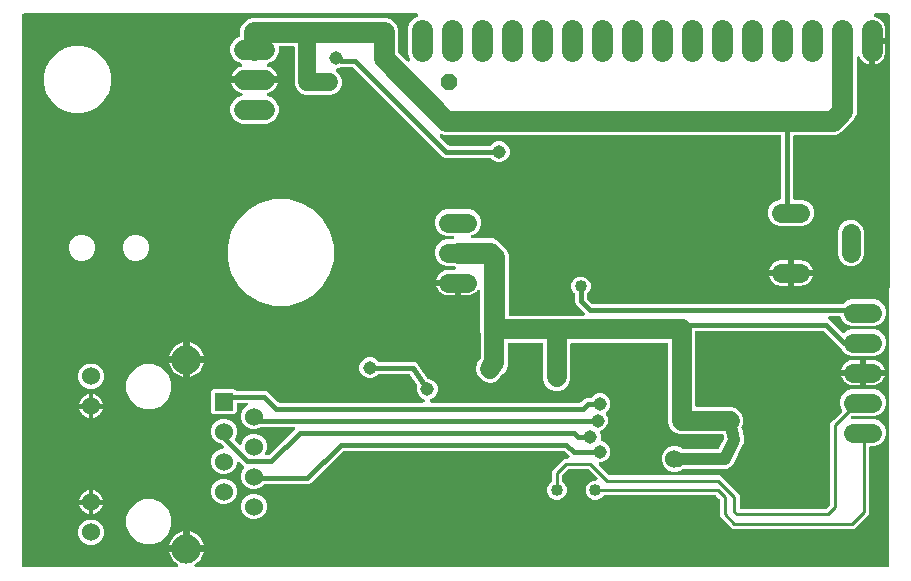
<source format=gbr>
G04 EAGLE Gerber RS-274X export*
G75*
%MOMM*%
%FSLAX34Y34*%
%LPD*%
%INBottom Copper*%
%IPPOS*%
%AMOC8*
5,1,8,0,0,1.08239X$1,22.5*%
G01*
%ADD10C,1.625600*%
%ADD11P,1.539592X8X22.500000*%
%ADD12C,1.778000*%
%ADD13R,1.524000X1.524000*%
%ADD14C,1.524000*%
%ADD15C,2.476500*%
%ADD16C,1.727200*%
%ADD17C,0.254000*%
%ADD18C,1.016000*%
%ADD19C,1.676400*%
%ADD20C,0.406400*%
%ADD21C,1.422400*%
%ADD22C,1.270000*%
%ADD23C,1.143000*%
%ADD24C,1.016000*%
%ADD25C,0.304800*%
%ADD26C,0.609600*%
%ADD27C,1.524000*%

G36*
X291756Y127827D02*
X291756Y127827D01*
X291880Y127833D01*
X291928Y127847D01*
X291977Y127853D01*
X292095Y127895D01*
X292215Y127929D01*
X292259Y127953D01*
X292305Y127970D01*
X292411Y128038D01*
X292520Y128099D01*
X292557Y128132D01*
X292598Y128159D01*
X292685Y128249D01*
X292778Y128333D01*
X292806Y128374D01*
X292840Y128410D01*
X292905Y128517D01*
X292976Y128620D01*
X292994Y128666D01*
X293019Y128709D01*
X293057Y128828D01*
X293103Y128944D01*
X293110Y128994D01*
X293126Y129041D01*
X293136Y129165D01*
X293154Y129289D01*
X293150Y129339D01*
X293154Y129388D01*
X293135Y129512D01*
X293124Y129637D01*
X293109Y129684D01*
X293102Y129733D01*
X293056Y129849D01*
X293017Y129968D01*
X292991Y130011D01*
X292973Y130057D01*
X292902Y130159D01*
X292837Y130267D01*
X292802Y130302D01*
X292774Y130343D01*
X292682Y130426D01*
X292594Y130516D01*
X292542Y130552D01*
X292515Y130576D01*
X292473Y130599D01*
X292393Y130655D01*
X291665Y131075D01*
X290113Y132266D01*
X288730Y133649D01*
X287539Y135201D01*
X286561Y136895D01*
X285812Y138703D01*
X285341Y140463D01*
X298450Y140463D01*
X298476Y140466D01*
X298502Y140464D01*
X298649Y140486D01*
X298796Y140503D01*
X298821Y140511D01*
X298847Y140515D01*
X298985Y140570D01*
X299124Y140620D01*
X299146Y140634D01*
X299171Y140644D01*
X299292Y140729D01*
X299417Y140809D01*
X299435Y140828D01*
X299457Y140843D01*
X299556Y140953D01*
X299659Y141060D01*
X299673Y141082D01*
X299690Y141102D01*
X299762Y141232D01*
X299838Y141359D01*
X299846Y141384D01*
X299859Y141407D01*
X299899Y141550D01*
X299944Y141691D01*
X299946Y141717D01*
X299953Y141742D01*
X299973Y141986D01*
X299973Y143511D01*
X299975Y143511D01*
X299975Y141986D01*
X299978Y141960D01*
X299976Y141934D01*
X299998Y141787D01*
X300015Y141640D01*
X300024Y141615D01*
X300027Y141589D01*
X300082Y141451D01*
X300132Y141312D01*
X300147Y141290D01*
X300156Y141265D01*
X300241Y141144D01*
X300321Y141019D01*
X300340Y141001D01*
X300355Y140979D01*
X300465Y140880D01*
X300572Y140777D01*
X300594Y140763D01*
X300614Y140746D01*
X300744Y140674D01*
X300871Y140598D01*
X300896Y140590D01*
X300919Y140577D01*
X301062Y140537D01*
X301203Y140492D01*
X301229Y140490D01*
X301254Y140482D01*
X301498Y140463D01*
X314607Y140463D01*
X314136Y138703D01*
X313387Y136895D01*
X312409Y135201D01*
X312126Y134832D01*
X312125Y134832D01*
X311218Y133649D01*
X309835Y132266D01*
X308283Y131075D01*
X307555Y130655D01*
X307455Y130581D01*
X307350Y130513D01*
X307315Y130477D01*
X307275Y130448D01*
X307195Y130352D01*
X307108Y130262D01*
X307082Y130220D01*
X307050Y130182D01*
X306993Y130070D01*
X306929Y129963D01*
X306914Y129916D01*
X306891Y129872D01*
X306861Y129750D01*
X306822Y129631D01*
X306818Y129582D01*
X306806Y129534D01*
X306805Y129408D01*
X306794Y129284D01*
X306802Y129235D01*
X306801Y129185D01*
X306828Y129063D01*
X306846Y128939D01*
X306865Y128893D01*
X306875Y128844D01*
X306929Y128731D01*
X306975Y128615D01*
X307003Y128574D01*
X307025Y128530D01*
X307102Y128432D01*
X307174Y128329D01*
X307211Y128296D01*
X307242Y128257D01*
X307340Y128179D01*
X307433Y128096D01*
X307476Y128072D01*
X307515Y128041D01*
X307628Y127988D01*
X307738Y127927D01*
X307786Y127914D01*
X307830Y127893D01*
X307953Y127866D01*
X308073Y127832D01*
X308135Y127827D01*
X308171Y127820D01*
X308219Y127821D01*
X308317Y127813D01*
X893701Y127813D01*
X893727Y127816D01*
X893753Y127814D01*
X893900Y127836D01*
X894047Y127853D01*
X894071Y127861D01*
X894097Y127865D01*
X894235Y127920D01*
X894375Y127970D01*
X894397Y127984D01*
X894421Y127994D01*
X894543Y128079D01*
X894668Y128159D01*
X894686Y128178D01*
X894707Y128193D01*
X894807Y128303D01*
X894910Y128410D01*
X894923Y128432D01*
X894941Y128452D01*
X895013Y128581D01*
X895089Y128709D01*
X895097Y128734D01*
X895110Y128757D01*
X895150Y128899D01*
X895195Y129041D01*
X895197Y129067D01*
X895204Y129092D01*
X895224Y129336D01*
X895299Y595072D01*
X895296Y595098D01*
X895298Y595124D01*
X895276Y595271D01*
X895259Y595418D01*
X895250Y595443D01*
X895246Y595469D01*
X895191Y595607D01*
X895141Y595746D01*
X895127Y595768D01*
X895117Y595793D01*
X895033Y595914D01*
X894952Y596039D01*
X894933Y596057D01*
X894918Y596079D01*
X894808Y596178D01*
X894702Y596281D01*
X894679Y596295D01*
X894660Y596312D01*
X894530Y596384D01*
X894403Y596460D01*
X894378Y596468D01*
X894354Y596481D01*
X894212Y596521D01*
X894071Y596566D01*
X894044Y596568D01*
X894019Y596576D01*
X893775Y596595D01*
X883619Y596595D01*
X883509Y596583D01*
X883399Y596579D01*
X883337Y596563D01*
X883272Y596555D01*
X883169Y596518D01*
X883063Y596490D01*
X883005Y596460D01*
X882944Y596438D01*
X882852Y596378D01*
X882755Y596327D01*
X882706Y596284D01*
X882652Y596249D01*
X882575Y596170D01*
X882492Y596097D01*
X882454Y596045D01*
X882409Y595998D01*
X882353Y595904D01*
X882289Y595815D01*
X882264Y595755D01*
X882231Y595699D01*
X882197Y595594D01*
X882155Y595493D01*
X882144Y595429D01*
X882124Y595367D01*
X882115Y595258D01*
X882097Y595149D01*
X882102Y595084D01*
X882096Y595020D01*
X882113Y594911D01*
X882120Y594801D01*
X882138Y594739D01*
X882148Y594675D01*
X882189Y594573D01*
X882220Y594468D01*
X882253Y594411D01*
X882277Y594351D01*
X882339Y594261D01*
X882394Y594166D01*
X882439Y594118D01*
X882476Y594065D01*
X882557Y593991D01*
X882633Y593911D01*
X882686Y593875D01*
X882734Y593832D01*
X882831Y593778D01*
X882922Y593717D01*
X883000Y593685D01*
X883039Y593663D01*
X883079Y593652D01*
X883148Y593623D01*
X884801Y593086D01*
X886404Y592269D01*
X887860Y591212D01*
X889132Y589940D01*
X890189Y588484D01*
X891006Y586881D01*
X891562Y585170D01*
X891844Y583393D01*
X891844Y576142D01*
X881429Y576142D01*
X881403Y576139D01*
X881377Y576141D01*
X881230Y576119D01*
X881083Y576102D01*
X881058Y576094D01*
X881032Y576090D01*
X880895Y576035D01*
X880755Y575985D01*
X880733Y575971D01*
X880708Y575961D01*
X880587Y575876D01*
X880462Y575796D01*
X880444Y575777D01*
X880422Y575762D01*
X880323Y575652D01*
X880220Y575545D01*
X880206Y575523D01*
X880189Y575503D01*
X880117Y575373D01*
X880041Y575246D01*
X880033Y575221D01*
X880020Y575198D01*
X879980Y575055D01*
X879935Y574914D01*
X879933Y574888D01*
X879926Y574863D01*
X879906Y574619D01*
X879906Y574110D01*
X879397Y574110D01*
X879371Y574107D01*
X879345Y574109D01*
X879198Y574087D01*
X879051Y574070D01*
X879026Y574061D01*
X879000Y574057D01*
X878862Y574003D01*
X878723Y573953D01*
X878701Y573938D01*
X878676Y573929D01*
X878555Y573844D01*
X878430Y573764D01*
X878412Y573745D01*
X878390Y573730D01*
X878291Y573620D01*
X878188Y573513D01*
X878174Y573490D01*
X878157Y573471D01*
X878085Y573341D01*
X878009Y573214D01*
X878001Y573189D01*
X877988Y573166D01*
X877948Y573023D01*
X877903Y572882D01*
X877900Y572856D01*
X877893Y572831D01*
X877874Y572587D01*
X877874Y553542D01*
X877736Y553564D01*
X876025Y554120D01*
X874422Y554937D01*
X872966Y555994D01*
X871694Y557266D01*
X870637Y558722D01*
X870291Y559400D01*
X870200Y559537D01*
X870111Y559675D01*
X870104Y559682D01*
X870099Y559690D01*
X869979Y559803D01*
X869860Y559918D01*
X869852Y559923D01*
X869845Y559929D01*
X869703Y560012D01*
X869561Y560096D01*
X869552Y560099D01*
X869544Y560104D01*
X869386Y560152D01*
X869229Y560203D01*
X869219Y560203D01*
X869210Y560206D01*
X869046Y560217D01*
X868882Y560231D01*
X868872Y560229D01*
X868863Y560230D01*
X868700Y560203D01*
X868537Y560179D01*
X868528Y560175D01*
X868519Y560174D01*
X868366Y560111D01*
X868213Y560050D01*
X868205Y560045D01*
X868196Y560041D01*
X868062Y559945D01*
X867927Y559851D01*
X867921Y559844D01*
X867913Y559839D01*
X867804Y559714D01*
X867694Y559593D01*
X867689Y559584D01*
X867683Y559577D01*
X867605Y559432D01*
X867525Y559287D01*
X867523Y559278D01*
X867518Y559270D01*
X867475Y559111D01*
X867430Y558952D01*
X867429Y558941D01*
X867427Y558933D01*
X867426Y558903D01*
X867411Y558708D01*
X867411Y511721D01*
X865593Y507333D01*
X854107Y495847D01*
X849719Y494029D01*
X815340Y494029D01*
X815314Y494026D01*
X815288Y494028D01*
X815141Y494006D01*
X814994Y493989D01*
X814969Y493981D01*
X814943Y493977D01*
X814805Y493922D01*
X814666Y493872D01*
X814644Y493858D01*
X814619Y493848D01*
X814498Y493763D01*
X814373Y493683D01*
X814355Y493664D01*
X814333Y493649D01*
X814234Y493539D01*
X814131Y493432D01*
X814117Y493410D01*
X814100Y493390D01*
X814028Y493260D01*
X813952Y493133D01*
X813944Y493108D01*
X813931Y493085D01*
X813891Y492942D01*
X813846Y492801D01*
X813844Y492775D01*
X813836Y492750D01*
X813817Y492506D01*
X813817Y440436D01*
X813820Y440410D01*
X813818Y440384D01*
X813840Y440236D01*
X813857Y440090D01*
X813865Y440065D01*
X813869Y440039D01*
X813924Y439901D01*
X813974Y439762D01*
X813988Y439740D01*
X813998Y439715D01*
X814083Y439594D01*
X814163Y439469D01*
X814182Y439451D01*
X814197Y439429D01*
X814307Y439330D01*
X814414Y439227D01*
X814436Y439213D01*
X814456Y439196D01*
X814586Y439124D01*
X814713Y439048D01*
X814738Y439040D01*
X814761Y439027D01*
X814904Y438987D01*
X815045Y438942D01*
X815071Y438940D01*
X815096Y438932D01*
X815340Y438913D01*
X822135Y438913D01*
X826243Y437211D01*
X829387Y434067D01*
X831089Y429959D01*
X831089Y425513D01*
X829387Y421405D01*
X826243Y418261D01*
X822135Y416559D01*
X801433Y416559D01*
X797325Y418261D01*
X794181Y421405D01*
X792479Y425513D01*
X792479Y429959D01*
X794181Y434067D01*
X797325Y437211D01*
X801433Y438913D01*
X802132Y438913D01*
X802158Y438916D01*
X802184Y438914D01*
X802331Y438936D01*
X802478Y438953D01*
X802503Y438961D01*
X802529Y438965D01*
X802667Y439020D01*
X802806Y439070D01*
X802828Y439084D01*
X802853Y439094D01*
X802974Y439179D01*
X803099Y439259D01*
X803117Y439278D01*
X803139Y439293D01*
X803238Y439403D01*
X803341Y439510D01*
X803355Y439532D01*
X803372Y439552D01*
X803444Y439682D01*
X803520Y439809D01*
X803528Y439834D01*
X803541Y439857D01*
X803581Y440000D01*
X803626Y440141D01*
X803628Y440167D01*
X803636Y440192D01*
X803655Y440436D01*
X803655Y492506D01*
X803652Y492532D01*
X803654Y492558D01*
X803632Y492705D01*
X803615Y492852D01*
X803607Y492877D01*
X803603Y492903D01*
X803548Y493041D01*
X803498Y493180D01*
X803484Y493202D01*
X803474Y493227D01*
X803389Y493348D01*
X803309Y493473D01*
X803290Y493491D01*
X803275Y493513D01*
X803165Y493612D01*
X803058Y493715D01*
X803036Y493729D01*
X803016Y493746D01*
X802886Y493818D01*
X802759Y493894D01*
X802734Y493902D01*
X802711Y493915D01*
X802568Y493955D01*
X802427Y494000D01*
X802401Y494002D01*
X802376Y494010D01*
X802132Y494029D01*
X517817Y494029D01*
X516498Y494576D01*
X516449Y494590D01*
X516404Y494611D01*
X516282Y494637D01*
X516163Y494671D01*
X516112Y494674D01*
X516063Y494684D01*
X515939Y494682D01*
X515815Y494688D01*
X515765Y494679D01*
X515715Y494679D01*
X515594Y494648D01*
X515472Y494626D01*
X515426Y494606D01*
X515377Y494594D01*
X515266Y494536D01*
X515152Y494487D01*
X515112Y494457D01*
X515067Y494434D01*
X514972Y494353D01*
X514872Y494279D01*
X514840Y494241D01*
X514802Y494208D01*
X514728Y494108D01*
X514647Y494013D01*
X514624Y493968D01*
X514594Y493928D01*
X514545Y493813D01*
X514488Y493703D01*
X514476Y493654D01*
X514456Y493608D01*
X514434Y493485D01*
X514404Y493365D01*
X514404Y493314D01*
X514395Y493265D01*
X514401Y493141D01*
X514399Y493016D01*
X514410Y492967D01*
X514413Y492917D01*
X514447Y492797D01*
X514474Y492676D01*
X514495Y492630D01*
X514509Y492582D01*
X514570Y492473D01*
X514623Y492361D01*
X514655Y492322D01*
X514679Y492278D01*
X514838Y492091D01*
X514841Y492089D01*
X514841Y492088D01*
X521850Y485079D01*
X521949Y485000D01*
X522043Y484916D01*
X522086Y484892D01*
X522123Y484862D01*
X522238Y484808D01*
X522348Y484747D01*
X522395Y484734D01*
X522438Y484713D01*
X522562Y484687D01*
X522684Y484652D01*
X522744Y484647D01*
X522779Y484640D01*
X522827Y484641D01*
X522927Y484633D01*
X556952Y484633D01*
X557078Y484647D01*
X557204Y484654D01*
X557250Y484667D01*
X557298Y484673D01*
X557417Y484715D01*
X557539Y484750D01*
X557581Y484774D01*
X557626Y484790D01*
X557733Y484859D01*
X557843Y484920D01*
X557889Y484960D01*
X557919Y484979D01*
X557953Y485014D01*
X558029Y485079D01*
X559932Y486981D01*
X563153Y488316D01*
X566639Y488316D01*
X569860Y486981D01*
X572325Y484516D01*
X573660Y481295D01*
X573660Y477809D01*
X572325Y474588D01*
X569860Y472123D01*
X566639Y470788D01*
X563153Y470788D01*
X559932Y472123D01*
X558029Y474025D01*
X557930Y474104D01*
X557836Y474188D01*
X557794Y474212D01*
X557756Y474242D01*
X557642Y474296D01*
X557531Y474357D01*
X557485Y474370D01*
X557441Y474391D01*
X557318Y474417D01*
X557196Y474452D01*
X557135Y474457D01*
X557100Y474464D01*
X557052Y474463D01*
X556952Y474471D01*
X519181Y474471D01*
X517907Y474999D01*
X517906Y474999D01*
X517314Y475245D01*
X441318Y551241D01*
X441219Y551320D01*
X441125Y551404D01*
X441082Y551428D01*
X441045Y551458D01*
X440930Y551512D01*
X440820Y551573D01*
X440773Y551586D01*
X440730Y551607D01*
X440606Y551633D01*
X440484Y551668D01*
X440424Y551673D01*
X440389Y551680D01*
X440341Y551679D01*
X440241Y551687D01*
X432632Y551687D01*
X432506Y551673D01*
X432380Y551666D01*
X432334Y551653D01*
X432286Y551647D01*
X432167Y551605D01*
X432045Y551570D01*
X432003Y551546D01*
X431958Y551530D01*
X431851Y551461D01*
X431741Y551400D01*
X431728Y551389D01*
X428463Y550036D01*
X427833Y550036D01*
X427733Y550025D01*
X427633Y550023D01*
X427561Y550005D01*
X427487Y549996D01*
X427392Y549963D01*
X427295Y549938D01*
X427229Y549904D01*
X427159Y549879D01*
X427074Y549824D01*
X426985Y549778D01*
X426928Y549730D01*
X426866Y549690D01*
X426796Y549618D01*
X426720Y549553D01*
X426675Y549493D01*
X426624Y549439D01*
X426572Y549353D01*
X426512Y549272D01*
X426483Y549204D01*
X426445Y549140D01*
X426414Y549044D01*
X426374Y548952D01*
X426361Y548879D01*
X426339Y548808D01*
X426331Y548708D01*
X426313Y548609D01*
X426317Y548535D01*
X426311Y548461D01*
X426326Y548361D01*
X426331Y548261D01*
X426351Y548190D01*
X426362Y548116D01*
X426399Y548023D01*
X426427Y547926D01*
X426464Y547861D01*
X426491Y547792D01*
X426548Y547710D01*
X426597Y547622D01*
X426663Y547546D01*
X426690Y547506D01*
X426716Y547482D01*
X426756Y547436D01*
X429668Y544523D01*
X430061Y543577D01*
X430062Y543575D01*
X430062Y543573D01*
X430145Y543425D01*
X430230Y543272D01*
X430231Y543271D01*
X430232Y543269D01*
X430391Y543083D01*
X430785Y542689D01*
X430785Y542132D01*
X430785Y542130D01*
X430785Y542127D01*
X430787Y542105D01*
X430786Y542085D01*
X430805Y541955D01*
X430825Y541785D01*
X430825Y541783D01*
X430826Y541781D01*
X430836Y541749D01*
X430837Y541740D01*
X430846Y541718D01*
X430901Y541549D01*
X431293Y540602D01*
X431293Y536358D01*
X430901Y535411D01*
X430900Y535409D01*
X430899Y535408D01*
X430852Y535241D01*
X430805Y535076D01*
X430805Y535074D01*
X430804Y535072D01*
X430785Y534828D01*
X430785Y534271D01*
X430391Y533877D01*
X430389Y533876D01*
X430388Y533874D01*
X430285Y533744D01*
X430174Y533604D01*
X430173Y533602D01*
X430172Y533601D01*
X430061Y533383D01*
X429668Y532437D01*
X426667Y529436D01*
X425721Y529043D01*
X425719Y529042D01*
X425717Y529042D01*
X425565Y528957D01*
X425416Y528874D01*
X425415Y528873D01*
X425413Y528872D01*
X425227Y528713D01*
X424833Y528319D01*
X424276Y528319D01*
X424274Y528319D01*
X424271Y528319D01*
X424101Y528299D01*
X423929Y528279D01*
X423927Y528279D01*
X423925Y528278D01*
X423693Y528203D01*
X422746Y527811D01*
X400214Y527811D01*
X396293Y529436D01*
X393292Y532437D01*
X391667Y536358D01*
X391667Y567690D01*
X391664Y567716D01*
X391666Y567742D01*
X391644Y567889D01*
X391627Y568036D01*
X391619Y568061D01*
X391615Y568087D01*
X391560Y568225D01*
X391510Y568364D01*
X391496Y568386D01*
X391486Y568411D01*
X391401Y568532D01*
X391321Y568657D01*
X391302Y568675D01*
X391287Y568697D01*
X391177Y568796D01*
X391070Y568899D01*
X391048Y568913D01*
X391028Y568930D01*
X390898Y569002D01*
X390771Y569078D01*
X390746Y569086D01*
X390723Y569099D01*
X390580Y569139D01*
X390439Y569184D01*
X390413Y569186D01*
X390388Y569194D01*
X390144Y569213D01*
X379476Y569213D01*
X379450Y569210D01*
X379424Y569212D01*
X379277Y569190D01*
X379130Y569173D01*
X379105Y569165D01*
X379079Y569161D01*
X378941Y569106D01*
X378802Y569056D01*
X378780Y569042D01*
X378755Y569032D01*
X378634Y568947D01*
X378509Y568867D01*
X378491Y568848D01*
X378469Y568833D01*
X378370Y568723D01*
X378267Y568616D01*
X378253Y568594D01*
X378236Y568574D01*
X378164Y568444D01*
X378088Y568317D01*
X378080Y568292D01*
X378067Y568269D01*
X378027Y568126D01*
X377982Y567985D01*
X377980Y567959D01*
X377972Y567934D01*
X377953Y567690D01*
X377953Y563588D01*
X376174Y559293D01*
X372887Y556006D01*
X368729Y554284D01*
X368589Y554206D01*
X368448Y554131D01*
X368437Y554122D01*
X368424Y554115D01*
X368306Y554007D01*
X368185Y553902D01*
X368177Y553890D01*
X368166Y553880D01*
X368075Y553749D01*
X367982Y553619D01*
X367976Y553606D01*
X367968Y553594D01*
X367909Y553445D01*
X367848Y553297D01*
X367845Y553283D01*
X367840Y553270D01*
X367817Y553111D01*
X367790Y552954D01*
X367791Y552939D01*
X367789Y552925D01*
X367803Y552765D01*
X367813Y552606D01*
X367817Y552592D01*
X367818Y552577D01*
X367867Y552425D01*
X367914Y552272D01*
X367921Y552260D01*
X367925Y552246D01*
X368008Y552109D01*
X368088Y551970D01*
X368097Y551960D01*
X368105Y551947D01*
X368216Y551833D01*
X368326Y551716D01*
X368338Y551708D01*
X368348Y551697D01*
X368482Y551611D01*
X368615Y551522D01*
X368631Y551515D01*
X368641Y551509D01*
X368677Y551496D01*
X368841Y551428D01*
X370558Y550870D01*
X372126Y550071D01*
X373549Y549037D01*
X374793Y547793D01*
X375827Y546370D01*
X376626Y544802D01*
X377112Y543305D01*
X358902Y543305D01*
X358876Y543302D01*
X358850Y543304D01*
X358703Y543282D01*
X358556Y543265D01*
X358531Y543257D01*
X358505Y543253D01*
X358368Y543198D01*
X358228Y543148D01*
X358206Y543134D01*
X358181Y543124D01*
X358060Y543039D01*
X357935Y542959D01*
X357917Y542940D01*
X357895Y542925D01*
X357796Y542815D01*
X357693Y542708D01*
X357679Y542686D01*
X357662Y542666D01*
X357630Y542609D01*
X357619Y542624D01*
X357539Y542749D01*
X357520Y542767D01*
X357505Y542789D01*
X357395Y542888D01*
X357288Y542991D01*
X357265Y543005D01*
X357246Y543022D01*
X357116Y543094D01*
X356989Y543170D01*
X356964Y543178D01*
X356941Y543191D01*
X356798Y543231D01*
X356657Y543276D01*
X356631Y543278D01*
X356606Y543286D01*
X356362Y543305D01*
X338152Y543305D01*
X338638Y544802D01*
X339437Y546370D01*
X340471Y547793D01*
X341715Y549037D01*
X343138Y550071D01*
X344706Y550870D01*
X346423Y551428D01*
X346567Y551494D01*
X346715Y551558D01*
X346727Y551567D01*
X346740Y551573D01*
X346866Y551670D01*
X346995Y551766D01*
X347004Y551777D01*
X347016Y551786D01*
X347116Y551910D01*
X347220Y552032D01*
X347226Y552045D01*
X347236Y552056D01*
X347306Y552199D01*
X347379Y552342D01*
X347382Y552356D01*
X347389Y552369D01*
X347424Y552525D01*
X347463Y552680D01*
X347463Y552695D01*
X347466Y552709D01*
X347466Y552869D01*
X347468Y553029D01*
X347465Y553043D01*
X347465Y553058D01*
X347428Y553213D01*
X347394Y553369D01*
X347387Y553383D01*
X347384Y553397D01*
X347313Y553540D01*
X347244Y553684D01*
X347235Y553696D01*
X347228Y553708D01*
X347126Y553832D01*
X347026Y553957D01*
X347015Y553965D01*
X347006Y553977D01*
X346878Y554074D01*
X346753Y554172D01*
X346737Y554180D01*
X346728Y554187D01*
X346693Y554203D01*
X346535Y554284D01*
X342377Y556006D01*
X339090Y559293D01*
X337311Y563588D01*
X337311Y568236D01*
X339090Y572531D01*
X342377Y575818D01*
X344753Y576802D01*
X344820Y576839D01*
X344891Y576867D01*
X344972Y576923D01*
X345058Y576971D01*
X345114Y577023D01*
X345177Y577066D01*
X345243Y577139D01*
X345316Y577205D01*
X345359Y577268D01*
X345410Y577325D01*
X345458Y577411D01*
X345514Y577492D01*
X345542Y577563D01*
X345579Y577630D01*
X345606Y577725D01*
X345642Y577816D01*
X345653Y577892D01*
X345674Y577965D01*
X345686Y578114D01*
X345693Y578161D01*
X345691Y578180D01*
X345693Y578209D01*
X345693Y583527D01*
X347511Y587915D01*
X350869Y591273D01*
X355257Y593091D01*
X469735Y593091D01*
X474123Y591273D01*
X477481Y587915D01*
X479299Y583527D01*
X479299Y564376D01*
X479313Y564251D01*
X479320Y564124D01*
X479333Y564078D01*
X479339Y564030D01*
X479381Y563911D01*
X479416Y563789D01*
X479440Y563747D01*
X479456Y563702D01*
X479525Y563595D01*
X479586Y563485D01*
X479626Y563439D01*
X479645Y563409D01*
X479680Y563375D01*
X479745Y563299D01*
X486845Y556198D01*
X486885Y556167D01*
X486919Y556130D01*
X487021Y556059D01*
X487118Y555982D01*
X487164Y555960D01*
X487205Y555932D01*
X487321Y555886D01*
X487434Y555833D01*
X487483Y555822D01*
X487530Y555804D01*
X487653Y555786D01*
X487774Y555760D01*
X487824Y555760D01*
X487874Y555753D01*
X487999Y555763D01*
X488123Y555766D01*
X488171Y555778D01*
X488222Y555782D01*
X488340Y555820D01*
X488461Y555851D01*
X488505Y555874D01*
X488553Y555889D01*
X488660Y555953D01*
X488771Y556010D01*
X488809Y556043D01*
X488852Y556069D01*
X488941Y556155D01*
X489036Y556236D01*
X489066Y556276D01*
X489102Y556312D01*
X489169Y556416D01*
X489243Y556516D01*
X489263Y556563D01*
X489290Y556605D01*
X489332Y556722D01*
X489381Y556836D01*
X489390Y556886D01*
X489407Y556933D01*
X489421Y557057D01*
X489443Y557179D01*
X489440Y557230D01*
X489446Y557280D01*
X489431Y557403D01*
X489425Y557527D01*
X489411Y557576D01*
X489405Y557626D01*
X489330Y557858D01*
X487474Y562338D01*
X487474Y584868D01*
X489292Y589256D01*
X492650Y592614D01*
X495187Y593665D01*
X495231Y593689D01*
X495278Y593706D01*
X495382Y593774D01*
X495491Y593834D01*
X495528Y593868D01*
X495571Y593895D01*
X495657Y593985D01*
X495749Y594068D01*
X495778Y594110D01*
X495813Y594146D01*
X495877Y594253D01*
X495947Y594355D01*
X495966Y594402D01*
X495992Y594445D01*
X496030Y594563D01*
X496075Y594679D01*
X496083Y594729D01*
X496098Y594777D01*
X496108Y594901D01*
X496126Y595024D01*
X496122Y595074D01*
X496126Y595124D01*
X496108Y595247D01*
X496097Y595371D01*
X496082Y595419D01*
X496074Y595469D01*
X496028Y595584D01*
X495990Y595703D01*
X495964Y595746D01*
X495946Y595793D01*
X495875Y595895D01*
X495810Y596001D01*
X495775Y596038D01*
X495747Y596079D01*
X495654Y596162D01*
X495568Y596251D01*
X495525Y596279D01*
X495488Y596312D01*
X495379Y596372D01*
X495274Y596440D01*
X495227Y596457D01*
X495183Y596481D01*
X495063Y596515D01*
X494946Y596556D01*
X494896Y596562D01*
X494847Y596576D01*
X494604Y596595D01*
X162428Y596595D01*
X162403Y596592D01*
X162377Y596594D01*
X162230Y596572D01*
X162082Y596555D01*
X162058Y596547D01*
X162033Y596543D01*
X161894Y596488D01*
X161754Y596438D01*
X161732Y596424D01*
X161709Y596415D01*
X161586Y596330D01*
X161461Y596249D01*
X161443Y596230D01*
X161422Y596216D01*
X161323Y596106D01*
X161219Y595998D01*
X161206Y595976D01*
X161189Y595957D01*
X161117Y595827D01*
X161040Y595699D01*
X161032Y595675D01*
X161020Y595652D01*
X160979Y595509D01*
X160934Y595367D01*
X160932Y595342D01*
X160925Y595317D01*
X160905Y595073D01*
X160531Y129337D01*
X160534Y129310D01*
X160532Y129284D01*
X160554Y129138D01*
X160571Y128991D01*
X160580Y128966D01*
X160584Y128939D01*
X160639Y128802D01*
X160688Y128663D01*
X160703Y128640D01*
X160713Y128615D01*
X160797Y128494D01*
X160877Y128370D01*
X160896Y128351D01*
X160912Y128329D01*
X161021Y128230D01*
X161127Y128127D01*
X161150Y128114D01*
X161170Y128096D01*
X161300Y128024D01*
X161426Y127948D01*
X161452Y127940D01*
X161475Y127927D01*
X161618Y127887D01*
X161758Y127842D01*
X161785Y127840D01*
X161811Y127832D01*
X162055Y127813D01*
X291631Y127813D01*
X291756Y127827D01*
G37*
%LPC*%
G36*
X762243Y160273D02*
X762243Y160273D01*
X759267Y163249D01*
X751585Y170931D01*
X751585Y184524D01*
X751571Y184650D01*
X751564Y184776D01*
X751551Y184822D01*
X751545Y184870D01*
X751503Y184989D01*
X751468Y185111D01*
X751444Y185153D01*
X751428Y185198D01*
X751359Y185305D01*
X751298Y185415D01*
X751258Y185461D01*
X751239Y185491D01*
X751204Y185525D01*
X751139Y185601D01*
X748465Y188275D01*
X748366Y188354D01*
X748272Y188438D01*
X748230Y188462D01*
X748192Y188492D01*
X748078Y188546D01*
X747967Y188607D01*
X747921Y188620D01*
X747877Y188641D01*
X747754Y188667D01*
X747632Y188702D01*
X747571Y188707D01*
X747536Y188714D01*
X747488Y188713D01*
X747388Y188721D01*
X653984Y188721D01*
X653858Y188707D01*
X653732Y188700D01*
X653686Y188687D01*
X653638Y188681D01*
X653519Y188639D01*
X653397Y188604D01*
X653355Y188580D01*
X653310Y188564D01*
X653203Y188495D01*
X653093Y188434D01*
X653047Y188394D01*
X653017Y188375D01*
X652983Y188340D01*
X652907Y188275D01*
X650781Y186149D01*
X647793Y184911D01*
X644559Y184911D01*
X641571Y186149D01*
X639285Y188435D01*
X638047Y191423D01*
X638047Y194657D01*
X639285Y197645D01*
X641571Y199931D01*
X644559Y201169D01*
X646550Y201169D01*
X646650Y201180D01*
X646750Y201182D01*
X646823Y201200D01*
X646896Y201209D01*
X646991Y201242D01*
X647088Y201267D01*
X647155Y201301D01*
X647225Y201326D01*
X647309Y201381D01*
X647398Y201427D01*
X647455Y201475D01*
X647517Y201515D01*
X647587Y201587D01*
X647664Y201652D01*
X647708Y201712D01*
X647760Y201766D01*
X647811Y201852D01*
X647871Y201933D01*
X647900Y202001D01*
X647938Y202065D01*
X647969Y202161D01*
X648009Y202253D01*
X648022Y202326D01*
X648045Y202397D01*
X648053Y202497D01*
X648070Y202596D01*
X648067Y202670D01*
X648073Y202744D01*
X648058Y202844D01*
X648053Y202944D01*
X648032Y203015D01*
X648021Y203089D01*
X647984Y203182D01*
X647956Y203279D01*
X647920Y203344D01*
X647892Y203413D01*
X647835Y203495D01*
X647786Y203583D01*
X647721Y203659D01*
X647693Y203699D01*
X647667Y203723D01*
X647627Y203769D01*
X640769Y210627D01*
X640670Y210706D01*
X640576Y210790D01*
X640534Y210814D01*
X640496Y210844D01*
X640382Y210898D01*
X640271Y210959D01*
X640225Y210972D01*
X640181Y210993D01*
X640058Y211019D01*
X639936Y211054D01*
X639875Y211059D01*
X639840Y211066D01*
X639792Y211065D01*
X639692Y211073D01*
X624212Y211073D01*
X624086Y211059D01*
X623960Y211052D01*
X623914Y211039D01*
X623866Y211033D01*
X623747Y210991D01*
X623625Y210956D01*
X623583Y210932D01*
X623538Y210916D01*
X623431Y210847D01*
X623321Y210786D01*
X623275Y210746D01*
X623245Y210727D01*
X623211Y210692D01*
X623135Y210627D01*
X618429Y205921D01*
X618350Y205822D01*
X618266Y205728D01*
X618242Y205686D01*
X618212Y205648D01*
X618158Y205534D01*
X618097Y205423D01*
X618084Y205377D01*
X618063Y205333D01*
X618037Y205210D01*
X618002Y205088D01*
X617997Y205027D01*
X617990Y204992D01*
X617991Y204944D01*
X617983Y204844D01*
X617983Y200848D01*
X617997Y200722D01*
X618004Y200596D01*
X618017Y200550D01*
X618023Y200502D01*
X618065Y200383D01*
X618100Y200261D01*
X618124Y200219D01*
X618140Y200174D01*
X618209Y200067D01*
X618270Y199957D01*
X618310Y199911D01*
X618329Y199881D01*
X618364Y199847D01*
X618429Y199771D01*
X620555Y197645D01*
X621793Y194657D01*
X621793Y191423D01*
X620555Y188435D01*
X618269Y186149D01*
X615281Y184911D01*
X612047Y184911D01*
X609059Y186149D01*
X606773Y188435D01*
X605535Y191423D01*
X605535Y194657D01*
X606773Y197645D01*
X608899Y199771D01*
X608978Y199870D01*
X609062Y199964D01*
X609086Y200006D01*
X609116Y200044D01*
X609170Y200158D01*
X609231Y200269D01*
X609244Y200315D01*
X609265Y200359D01*
X609291Y200482D01*
X609326Y200604D01*
X609331Y200665D01*
X609338Y200700D01*
X609337Y200748D01*
X609345Y200848D01*
X609345Y209053D01*
X620003Y219711D01*
X622867Y219711D01*
X622966Y219722D01*
X623067Y219724D01*
X623139Y219742D01*
X623213Y219751D01*
X623307Y219784D01*
X623405Y219809D01*
X623471Y219843D01*
X623541Y219868D01*
X623625Y219923D01*
X623715Y219969D01*
X623771Y220017D01*
X623834Y220057D01*
X623904Y220129D01*
X623980Y220194D01*
X624024Y220254D01*
X624076Y220308D01*
X624127Y220394D01*
X624187Y220475D01*
X624217Y220543D01*
X624255Y220607D01*
X624285Y220703D01*
X624325Y220795D01*
X624338Y220868D01*
X624361Y220939D01*
X624369Y221039D01*
X624387Y221138D01*
X624383Y221212D01*
X624389Y221286D01*
X624374Y221386D01*
X624369Y221486D01*
X624348Y221557D01*
X624337Y221631D01*
X624300Y221724D01*
X624272Y221821D01*
X624236Y221886D01*
X624209Y221955D01*
X624151Y222037D01*
X624102Y222125D01*
X624037Y222201D01*
X624010Y222241D01*
X623983Y222265D01*
X623944Y222311D01*
X620134Y226121D01*
X620035Y226200D01*
X619941Y226284D01*
X619898Y226308D01*
X619861Y226338D01*
X619746Y226392D01*
X619636Y226453D01*
X619589Y226466D01*
X619546Y226487D01*
X619422Y226513D01*
X619300Y226548D01*
X619240Y226553D01*
X619205Y226560D01*
X619157Y226559D01*
X619057Y226567D01*
X433519Y226567D01*
X433394Y226553D01*
X433268Y226546D01*
X433221Y226533D01*
X433173Y226527D01*
X433054Y226485D01*
X432933Y226450D01*
X432891Y226426D01*
X432845Y226410D01*
X432739Y226341D01*
X432629Y226280D01*
X432582Y226240D01*
X432552Y226221D01*
X432519Y226186D01*
X432442Y226121D01*
X405214Y198893D01*
X403347Y198119D01*
X366492Y198119D01*
X366366Y198105D01*
X366240Y198098D01*
X366194Y198085D01*
X366146Y198079D01*
X366027Y198037D01*
X365905Y198002D01*
X365863Y197978D01*
X365818Y197962D01*
X365712Y197893D01*
X365601Y197832D01*
X365555Y197792D01*
X365525Y197773D01*
X365491Y197738D01*
X365415Y197673D01*
X363167Y195426D01*
X359246Y193801D01*
X355002Y193801D01*
X351081Y195426D01*
X348080Y198427D01*
X346455Y202348D01*
X346455Y206592D01*
X348080Y210513D01*
X348593Y211027D01*
X348610Y211048D01*
X348630Y211065D01*
X348718Y211184D01*
X348810Y211300D01*
X348821Y211324D01*
X348837Y211345D01*
X348895Y211481D01*
X348959Y211615D01*
X348964Y211641D01*
X348975Y211665D01*
X349001Y211811D01*
X349032Y211956D01*
X349032Y211982D01*
X349036Y212008D01*
X349029Y212157D01*
X349026Y212304D01*
X349020Y212330D01*
X349019Y212356D01*
X348977Y212499D01*
X348941Y212642D01*
X348929Y212666D01*
X348922Y212691D01*
X348850Y212820D01*
X348782Y212952D01*
X348765Y212972D01*
X348752Y212995D01*
X348593Y213181D01*
X344993Y216782D01*
X344915Y216844D01*
X344842Y216914D01*
X344778Y216952D01*
X344720Y216998D01*
X344629Y217041D01*
X344543Y217093D01*
X344472Y217115D01*
X344405Y217147D01*
X344307Y217168D01*
X344211Y217199D01*
X344137Y217205D01*
X344064Y217221D01*
X343964Y217219D01*
X343864Y217227D01*
X343790Y217216D01*
X343716Y217215D01*
X343619Y217190D01*
X343519Y217175D01*
X343450Y217148D01*
X343378Y217130D01*
X343289Y217084D01*
X343195Y217047D01*
X343134Y217004D01*
X343068Y216970D01*
X342992Y216905D01*
X342909Y216848D01*
X342859Y216792D01*
X342803Y216744D01*
X342743Y216663D01*
X342676Y216589D01*
X342640Y216524D01*
X342595Y216464D01*
X342556Y216372D01*
X342507Y216284D01*
X342487Y216212D01*
X342457Y216144D01*
X342440Y216045D01*
X342412Y215948D01*
X342404Y215848D01*
X342396Y215801D01*
X342398Y215765D01*
X342393Y215705D01*
X342393Y215048D01*
X340768Y211127D01*
X337767Y208126D01*
X333846Y206501D01*
X329602Y206501D01*
X325681Y208126D01*
X322680Y211127D01*
X321055Y215048D01*
X321055Y219292D01*
X322680Y223213D01*
X325681Y226214D01*
X329602Y227839D01*
X330259Y227839D01*
X330358Y227850D01*
X330459Y227852D01*
X330531Y227870D01*
X330605Y227879D01*
X330699Y227912D01*
X330797Y227937D01*
X330863Y227971D01*
X330933Y227996D01*
X331017Y228051D01*
X331107Y228097D01*
X331163Y228145D01*
X331226Y228185D01*
X331296Y228257D01*
X331372Y228322D01*
X331416Y228382D01*
X331468Y228436D01*
X331520Y228522D01*
X331579Y228603D01*
X331609Y228671D01*
X331647Y228735D01*
X331677Y228830D01*
X331717Y228923D01*
X331730Y228996D01*
X331753Y229067D01*
X331761Y229167D01*
X331779Y229266D01*
X331775Y229340D01*
X331781Y229414D01*
X331766Y229513D01*
X331761Y229614D01*
X331740Y229685D01*
X331729Y229759D01*
X331692Y229852D01*
X331664Y229949D01*
X331628Y230014D01*
X331601Y230083D01*
X331543Y230165D01*
X331494Y230253D01*
X331429Y230329D01*
X331402Y230369D01*
X331375Y230393D01*
X331336Y230439D01*
X330584Y231190D01*
X330280Y231495D01*
X330278Y231496D01*
X330277Y231498D01*
X330141Y231605D01*
X330007Y231712D01*
X330005Y231712D01*
X330003Y231714D01*
X329786Y231825D01*
X325681Y233526D01*
X322680Y236527D01*
X321055Y240448D01*
X321055Y244692D01*
X322680Y248613D01*
X325681Y251614D01*
X329602Y253239D01*
X333846Y253239D01*
X337767Y251614D01*
X340768Y248613D01*
X342393Y244692D01*
X342393Y240448D01*
X340821Y236654D01*
X340800Y236580D01*
X340770Y236510D01*
X340753Y236414D01*
X340726Y236319D01*
X340722Y236242D01*
X340708Y236167D01*
X340713Y236069D01*
X340709Y235971D01*
X340722Y235895D01*
X340726Y235819D01*
X340753Y235725D01*
X340771Y235628D01*
X340802Y235558D01*
X340823Y235484D01*
X340871Y235398D01*
X340910Y235308D01*
X340956Y235247D01*
X340993Y235180D01*
X341090Y235066D01*
X341118Y235028D01*
X341132Y235016D01*
X341151Y234994D01*
X344169Y231976D01*
X344287Y231883D01*
X344401Y231786D01*
X344423Y231775D01*
X344442Y231760D01*
X344578Y231695D01*
X344712Y231627D01*
X344735Y231621D01*
X344757Y231611D01*
X344904Y231579D01*
X345050Y231543D01*
X345074Y231542D01*
X345098Y231537D01*
X345248Y231540D01*
X345398Y231538D01*
X345422Y231543D01*
X345446Y231543D01*
X345592Y231580D01*
X345739Y231612D01*
X345761Y231622D01*
X345784Y231628D01*
X345918Y231697D01*
X346054Y231762D01*
X346073Y231777D01*
X346094Y231788D01*
X346209Y231885D01*
X346326Y231979D01*
X346341Y231998D01*
X346359Y232014D01*
X346449Y232135D01*
X346542Y232253D01*
X346555Y232279D01*
X346567Y232294D01*
X346585Y232337D01*
X346653Y232470D01*
X348080Y235913D01*
X351081Y238914D01*
X355002Y240539D01*
X359246Y240539D01*
X363167Y238914D01*
X366168Y235913D01*
X367793Y231992D01*
X367793Y227748D01*
X366493Y224611D01*
X366452Y224466D01*
X366406Y224323D01*
X366404Y224299D01*
X366398Y224276D01*
X366390Y224125D01*
X366378Y223976D01*
X366382Y223952D01*
X366381Y223928D01*
X366408Y223780D01*
X366430Y223631D01*
X366439Y223609D01*
X366443Y223585D01*
X366503Y223447D01*
X366559Y223307D01*
X366573Y223287D01*
X366582Y223265D01*
X366672Y223144D01*
X366758Y223021D01*
X366776Y223005D01*
X366790Y222985D01*
X366905Y222888D01*
X367016Y222788D01*
X367038Y222776D01*
X367056Y222760D01*
X367190Y222692D01*
X367321Y222619D01*
X367345Y222613D01*
X367366Y222602D01*
X367512Y222565D01*
X367657Y222524D01*
X367686Y222522D01*
X367704Y222517D01*
X367752Y222517D01*
X367901Y222505D01*
X369121Y222505D01*
X369246Y222519D01*
X369372Y222526D01*
X369419Y222539D01*
X369467Y222545D01*
X369586Y222587D01*
X369707Y222622D01*
X369749Y222646D01*
X369795Y222662D01*
X369901Y222731D01*
X370011Y222792D01*
X370058Y222832D01*
X370088Y222851D01*
X370121Y222886D01*
X370198Y222951D01*
X391534Y244287D01*
X391596Y244365D01*
X391666Y244438D01*
X391704Y244502D01*
X391750Y244560D01*
X391793Y244651D01*
X391845Y244737D01*
X391867Y244808D01*
X391899Y244875D01*
X391920Y244973D01*
X391951Y245069D01*
X391957Y245143D01*
X391973Y245216D01*
X391971Y245316D01*
X391979Y245416D01*
X391968Y245490D01*
X391967Y245564D01*
X391942Y245661D01*
X391927Y245761D01*
X391900Y245830D01*
X391882Y245902D01*
X391836Y245992D01*
X391799Y246085D01*
X391756Y246146D01*
X391722Y246212D01*
X391657Y246289D01*
X391600Y246371D01*
X391544Y246421D01*
X391496Y246477D01*
X391415Y246537D01*
X391341Y246604D01*
X391276Y246640D01*
X391216Y246685D01*
X391124Y246724D01*
X391036Y246773D01*
X390964Y246793D01*
X390896Y246823D01*
X390797Y246840D01*
X390700Y246868D01*
X390600Y246876D01*
X390553Y246884D01*
X390517Y246882D01*
X390457Y246887D01*
X364460Y246887D01*
X364334Y246873D01*
X364208Y246866D01*
X364162Y246853D01*
X364114Y246847D01*
X363995Y246805D01*
X363873Y246770D01*
X363831Y246746D01*
X363786Y246730D01*
X363680Y246661D01*
X363569Y246600D01*
X363523Y246560D01*
X363493Y246541D01*
X363459Y246506D01*
X363383Y246441D01*
X363167Y246226D01*
X359246Y244601D01*
X355002Y244601D01*
X351081Y246226D01*
X348080Y249227D01*
X346455Y253148D01*
X346455Y257392D01*
X348080Y261313D01*
X351091Y264324D01*
X351185Y264386D01*
X351294Y264446D01*
X351331Y264480D01*
X351374Y264507D01*
X351460Y264597D01*
X351552Y264680D01*
X351581Y264722D01*
X351616Y264758D01*
X351680Y264865D01*
X351750Y264967D01*
X351769Y265014D01*
X351795Y265057D01*
X351833Y265175D01*
X351878Y265291D01*
X351886Y265341D01*
X351901Y265389D01*
X351911Y265513D01*
X351929Y265636D01*
X351925Y265686D01*
X351929Y265736D01*
X351910Y265859D01*
X351900Y265983D01*
X351885Y266031D01*
X351877Y266081D01*
X351831Y266197D01*
X351793Y266315D01*
X351767Y266358D01*
X351748Y266405D01*
X351678Y266507D01*
X351613Y266613D01*
X351578Y266650D01*
X351550Y266691D01*
X351457Y266774D01*
X351371Y266863D01*
X351328Y266891D01*
X351291Y266924D01*
X351182Y266984D01*
X351077Y267052D01*
X351030Y267069D01*
X350986Y267093D01*
X350866Y267127D01*
X350749Y267168D01*
X350699Y267174D01*
X350650Y267188D01*
X350407Y267207D01*
X343916Y267207D01*
X343890Y267204D01*
X343864Y267206D01*
X343717Y267184D01*
X343570Y267167D01*
X343545Y267159D01*
X343519Y267155D01*
X343381Y267100D01*
X343242Y267050D01*
X343220Y267036D01*
X343195Y267026D01*
X343074Y266941D01*
X342949Y266861D01*
X342931Y266842D01*
X342909Y266827D01*
X342810Y266717D01*
X342707Y266610D01*
X342693Y266588D01*
X342676Y266568D01*
X342604Y266438D01*
X342528Y266311D01*
X342520Y266286D01*
X342507Y266263D01*
X342467Y266120D01*
X342422Y265979D01*
X342420Y265953D01*
X342412Y265928D01*
X342393Y265684D01*
X342393Y259087D01*
X340607Y257301D01*
X322841Y257301D01*
X321055Y259087D01*
X321055Y276853D01*
X322841Y278639D01*
X340607Y278639D01*
X341431Y277815D01*
X341530Y277736D01*
X341624Y277652D01*
X341666Y277628D01*
X341704Y277598D01*
X341818Y277544D01*
X341929Y277483D01*
X341975Y277470D01*
X342019Y277449D01*
X342142Y277423D01*
X342264Y277388D01*
X342325Y277383D01*
X342360Y277376D01*
X342408Y277377D01*
X342508Y277369D01*
X366771Y277369D01*
X367164Y277206D01*
X368638Y276595D01*
X377578Y267655D01*
X377677Y267576D01*
X377771Y267492D01*
X377814Y267468D01*
X377851Y267438D01*
X377966Y267384D01*
X378076Y267323D01*
X378123Y267310D01*
X378166Y267289D01*
X378290Y267263D01*
X378412Y267228D01*
X378472Y267223D01*
X378507Y267216D01*
X378555Y267217D01*
X378655Y267209D01*
X500357Y267209D01*
X500407Y267214D01*
X500457Y267212D01*
X500580Y267234D01*
X500703Y267249D01*
X500750Y267266D01*
X500800Y267275D01*
X500914Y267324D01*
X501031Y267366D01*
X501073Y267393D01*
X501120Y267413D01*
X501220Y267488D01*
X501324Y267555D01*
X501359Y267591D01*
X501399Y267621D01*
X501480Y267716D01*
X501566Y267806D01*
X501592Y267849D01*
X501625Y267887D01*
X501681Y267998D01*
X501745Y268105D01*
X501760Y268153D01*
X501783Y268198D01*
X501813Y268318D01*
X501851Y268437D01*
X501855Y268487D01*
X501867Y268536D01*
X501869Y268660D01*
X501879Y268784D01*
X501872Y268834D01*
X501872Y268884D01*
X501846Y269006D01*
X501828Y269129D01*
X501809Y269176D01*
X501798Y269225D01*
X501745Y269337D01*
X501699Y269453D01*
X501670Y269494D01*
X501648Y269540D01*
X501571Y269637D01*
X501500Y269739D01*
X501463Y269773D01*
X501431Y269812D01*
X501333Y269889D01*
X501241Y269972D01*
X501197Y269997D01*
X501157Y270028D01*
X500940Y270139D01*
X498972Y270954D01*
X496507Y273420D01*
X495172Y276641D01*
X495172Y280127D01*
X495434Y280759D01*
X495462Y280856D01*
X495499Y280950D01*
X495509Y281023D01*
X495530Y281094D01*
X495535Y281195D01*
X495549Y281295D01*
X495543Y281369D01*
X495547Y281443D01*
X495529Y281541D01*
X495520Y281642D01*
X495498Y281712D01*
X495484Y281785D01*
X495444Y281878D01*
X495413Y281973D01*
X495365Y282061D01*
X495345Y282105D01*
X495324Y282134D01*
X495294Y282187D01*
X489477Y290913D01*
X489411Y290991D01*
X489353Y291075D01*
X489299Y291124D01*
X489252Y291179D01*
X489170Y291240D01*
X489094Y291308D01*
X489030Y291343D01*
X488972Y291387D01*
X488878Y291427D01*
X488789Y291477D01*
X488719Y291497D01*
X488652Y291526D01*
X488552Y291544D01*
X488453Y291572D01*
X488356Y291579D01*
X488310Y291588D01*
X488273Y291586D01*
X488210Y291591D01*
X463112Y291591D01*
X462986Y291577D01*
X462860Y291570D01*
X462814Y291557D01*
X462766Y291551D01*
X462647Y291509D01*
X462525Y291474D01*
X462483Y291450D01*
X462438Y291434D01*
X462331Y291365D01*
X462221Y291304D01*
X462175Y291264D01*
X462145Y291245D01*
X462111Y291210D01*
X462035Y291145D01*
X460132Y289243D01*
X456911Y287908D01*
X453425Y287908D01*
X450204Y289243D01*
X447739Y291708D01*
X446404Y294929D01*
X446404Y298415D01*
X447739Y301636D01*
X450204Y304101D01*
X453425Y305436D01*
X456911Y305436D01*
X460132Y304101D01*
X462035Y302199D01*
X462134Y302120D01*
X462228Y302036D01*
X462270Y302012D01*
X462308Y301982D01*
X462422Y301928D01*
X462533Y301867D01*
X462579Y301854D01*
X462623Y301833D01*
X462746Y301807D01*
X462868Y301772D01*
X462929Y301767D01*
X462964Y301760D01*
X463012Y301761D01*
X463112Y301753D01*
X491097Y301753D01*
X491123Y301756D01*
X491150Y301754D01*
X491393Y301782D01*
X491749Y301852D01*
X492099Y301782D01*
X492127Y301780D01*
X492154Y301772D01*
X492398Y301753D01*
X492755Y301753D01*
X493091Y301614D01*
X493116Y301606D01*
X493140Y301594D01*
X493375Y301527D01*
X493731Y301456D01*
X494028Y301257D01*
X494053Y301245D01*
X494075Y301227D01*
X494292Y301116D01*
X494622Y300979D01*
X494879Y300722D01*
X494900Y300706D01*
X494917Y300686D01*
X495109Y300534D01*
X495411Y300331D01*
X495609Y300034D01*
X495627Y300013D01*
X495641Y299988D01*
X495799Y299802D01*
X496051Y299550D01*
X496190Y299214D01*
X496203Y299191D01*
X496211Y299166D01*
X496330Y298952D01*
X503748Y287826D01*
X503814Y287748D01*
X503872Y287664D01*
X503926Y287615D01*
X503973Y287560D01*
X504055Y287499D01*
X504131Y287431D01*
X504194Y287396D01*
X504253Y287352D01*
X504346Y287312D01*
X504436Y287262D01*
X504506Y287242D01*
X504572Y287213D01*
X504673Y287195D01*
X504771Y287167D01*
X504868Y287160D01*
X504915Y287151D01*
X504952Y287153D01*
X505015Y287148D01*
X505679Y287148D01*
X508900Y285813D01*
X511365Y283348D01*
X512700Y280127D01*
X512700Y276641D01*
X511365Y273420D01*
X508900Y270954D01*
X506932Y270139D01*
X506888Y270115D01*
X506841Y270098D01*
X506736Y270030D01*
X506628Y269970D01*
X506590Y269936D01*
X506548Y269909D01*
X506462Y269819D01*
X506369Y269736D01*
X506341Y269694D01*
X506306Y269658D01*
X506242Y269551D01*
X506171Y269449D01*
X506153Y269402D01*
X506127Y269359D01*
X506089Y269241D01*
X506043Y269125D01*
X506036Y269075D01*
X506021Y269027D01*
X506011Y268903D01*
X505993Y268780D01*
X505997Y268730D01*
X505993Y268680D01*
X506011Y268557D01*
X506022Y268433D01*
X506037Y268385D01*
X506044Y268335D01*
X506090Y268220D01*
X506129Y268101D01*
X506155Y268058D01*
X506173Y268011D01*
X506244Y267909D01*
X506308Y267803D01*
X506343Y267766D01*
X506372Y267725D01*
X506464Y267642D01*
X506551Y267553D01*
X506594Y267525D01*
X506631Y267492D01*
X506740Y267432D01*
X506844Y267364D01*
X506892Y267347D01*
X506936Y267323D01*
X507056Y267289D01*
X507173Y267248D01*
X507223Y267242D01*
X507271Y267228D01*
X507515Y267209D01*
X633281Y267209D01*
X633406Y267223D01*
X633532Y267230D01*
X633579Y267243D01*
X633627Y267249D01*
X633746Y267291D01*
X633867Y267326D01*
X633909Y267350D01*
X633955Y267366D01*
X634061Y267435D01*
X634171Y267496D01*
X634218Y267536D01*
X634248Y267555D01*
X634281Y267590D01*
X634358Y267655D01*
X637202Y270499D01*
X639069Y271273D01*
X642296Y271273D01*
X642422Y271287D01*
X642548Y271294D01*
X642594Y271307D01*
X642642Y271313D01*
X642761Y271355D01*
X642883Y271390D01*
X642925Y271414D01*
X642970Y271430D01*
X643077Y271499D01*
X643187Y271560D01*
X643233Y271600D01*
X643263Y271619D01*
X643297Y271654D01*
X643373Y271719D01*
X645276Y273621D01*
X648497Y274956D01*
X651983Y274956D01*
X655204Y273621D01*
X657669Y271156D01*
X659004Y267935D01*
X659004Y264449D01*
X657669Y261228D01*
X655583Y259141D01*
X655567Y259121D01*
X655547Y259103D01*
X655458Y258984D01*
X655366Y258868D01*
X655355Y258844D01*
X655339Y258823D01*
X655281Y258687D01*
X655217Y258553D01*
X655212Y258527D01*
X655201Y258503D01*
X655175Y258357D01*
X655144Y258212D01*
X655144Y258186D01*
X655140Y258160D01*
X655147Y258012D01*
X655150Y257864D01*
X655156Y257838D01*
X655158Y257812D01*
X655199Y257670D01*
X655235Y257526D01*
X655247Y257502D01*
X655254Y257477D01*
X655327Y257348D01*
X655395Y257216D01*
X655412Y257196D01*
X655424Y257173D01*
X655583Y256987D01*
X655638Y256932D01*
X656972Y253711D01*
X656972Y250225D01*
X655637Y247004D01*
X653172Y244538D01*
X650833Y243570D01*
X650810Y243557D01*
X650786Y243549D01*
X650659Y243473D01*
X650529Y243400D01*
X650509Y243383D01*
X650487Y243369D01*
X650381Y243266D01*
X650271Y243166D01*
X650256Y243145D01*
X650237Y243126D01*
X650157Y243002D01*
X650073Y242880D01*
X650063Y242855D01*
X650049Y242833D01*
X649999Y242693D01*
X649945Y242555D01*
X649941Y242529D01*
X649932Y242505D01*
X649915Y242357D01*
X649894Y242211D01*
X649896Y242184D01*
X649893Y242158D01*
X649910Y242011D01*
X649923Y241863D01*
X649931Y241838D01*
X649934Y241812D01*
X650009Y241579D01*
X650876Y239487D01*
X650876Y235792D01*
X650884Y235716D01*
X650883Y235640D01*
X650904Y235544D01*
X650916Y235446D01*
X650941Y235374D01*
X650958Y235299D01*
X651000Y235211D01*
X651033Y235118D01*
X651075Y235054D01*
X651107Y234985D01*
X651169Y234908D01*
X651222Y234825D01*
X651277Y234772D01*
X651325Y234712D01*
X651402Y234651D01*
X651473Y234583D01*
X651538Y234544D01*
X651598Y234496D01*
X651731Y234428D01*
X651772Y234404D01*
X651790Y234398D01*
X651816Y234385D01*
X655204Y232982D01*
X657669Y230516D01*
X659004Y227295D01*
X659004Y223809D01*
X657669Y220588D01*
X655204Y218123D01*
X651983Y216788D01*
X650501Y216788D01*
X650401Y216777D01*
X650301Y216775D01*
X650228Y216757D01*
X650155Y216748D01*
X650060Y216715D01*
X649963Y216690D01*
X649896Y216656D01*
X649826Y216631D01*
X649742Y216576D01*
X649653Y216530D01*
X649596Y216482D01*
X649534Y216442D01*
X649464Y216370D01*
X649387Y216305D01*
X649343Y216245D01*
X649291Y216191D01*
X649240Y216105D01*
X649180Y216024D01*
X649151Y215956D01*
X649113Y215892D01*
X649082Y215796D01*
X649042Y215704D01*
X649029Y215631D01*
X649006Y215560D01*
X648998Y215460D01*
X648981Y215361D01*
X648984Y215287D01*
X648978Y215213D01*
X648993Y215113D01*
X648998Y215013D01*
X649019Y214942D01*
X649030Y214868D01*
X649067Y214775D01*
X649095Y214678D01*
X649131Y214613D01*
X649159Y214544D01*
X649216Y214462D01*
X649265Y214374D01*
X649330Y214298D01*
X649358Y214258D01*
X649384Y214234D01*
X649424Y214188D01*
X657679Y205933D01*
X657778Y205854D01*
X657872Y205770D01*
X657914Y205746D01*
X657952Y205716D01*
X658066Y205662D01*
X658177Y205601D01*
X658223Y205588D01*
X658267Y205567D01*
X658390Y205541D01*
X658512Y205506D01*
X658573Y205501D01*
X658608Y205494D01*
X658656Y205495D01*
X658756Y205487D01*
X751597Y205487D01*
X768351Y188733D01*
X768351Y178562D01*
X768354Y178536D01*
X768352Y178510D01*
X768374Y178363D01*
X768391Y178216D01*
X768399Y178191D01*
X768403Y178165D01*
X768458Y178027D01*
X768508Y177888D01*
X768522Y177866D01*
X768532Y177841D01*
X768617Y177720D01*
X768697Y177595D01*
X768716Y177577D01*
X768731Y177555D01*
X768841Y177456D01*
X768948Y177353D01*
X768970Y177339D01*
X768990Y177322D01*
X769120Y177250D01*
X769247Y177174D01*
X769272Y177166D01*
X769295Y177153D01*
X769438Y177113D01*
X769579Y177068D01*
X769605Y177066D01*
X769630Y177058D01*
X769874Y177039D01*
X840860Y177039D01*
X840986Y177053D01*
X841112Y177060D01*
X841158Y177073D01*
X841206Y177079D01*
X841325Y177121D01*
X841447Y177156D01*
X841489Y177180D01*
X841534Y177196D01*
X841641Y177265D01*
X841751Y177326D01*
X841797Y177366D01*
X841827Y177385D01*
X841861Y177420D01*
X841937Y177485D01*
X844611Y180159D01*
X844690Y180258D01*
X844774Y180352D01*
X844798Y180394D01*
X844828Y180432D01*
X844882Y180546D01*
X844943Y180657D01*
X844956Y180703D01*
X844977Y180747D01*
X845003Y180870D01*
X845038Y180992D01*
X845043Y181053D01*
X845050Y181088D01*
X845049Y181136D01*
X845057Y181236D01*
X845057Y249693D01*
X848033Y252669D01*
X854743Y259379D01*
X854791Y259439D01*
X854846Y259492D01*
X854899Y259575D01*
X854960Y259652D01*
X854993Y259721D01*
X855034Y259785D01*
X855067Y259878D01*
X855109Y259967D01*
X855125Y260042D01*
X855151Y260114D01*
X855162Y260212D01*
X855182Y260308D01*
X855181Y260384D01*
X855190Y260460D01*
X855178Y260558D01*
X855176Y260656D01*
X855158Y260730D01*
X855149Y260806D01*
X855103Y260949D01*
X855091Y260994D01*
X855083Y261011D01*
X855074Y261039D01*
X853439Y264985D01*
X853439Y269431D01*
X855141Y273539D01*
X858285Y276683D01*
X862393Y278385D01*
X883095Y278385D01*
X887203Y276683D01*
X890347Y273539D01*
X892049Y269431D01*
X892049Y264985D01*
X890347Y260877D01*
X887203Y257733D01*
X883095Y256031D01*
X864242Y256031D01*
X864186Y256025D01*
X864130Y256027D01*
X864013Y256005D01*
X863896Y255991D01*
X863843Y255972D01*
X863787Y255962D01*
X863582Y255879D01*
X863568Y255874D01*
X863566Y255873D01*
X863565Y255872D01*
X863561Y255870D01*
X863418Y255778D01*
X863275Y255685D01*
X863272Y255682D01*
X863269Y255680D01*
X863151Y255557D01*
X863032Y255434D01*
X863030Y255431D01*
X863028Y255428D01*
X862941Y255282D01*
X862854Y255135D01*
X862852Y255131D01*
X862850Y255128D01*
X862799Y254963D01*
X862747Y254803D01*
X862747Y254799D01*
X862746Y254796D01*
X862733Y254626D01*
X862719Y254456D01*
X862720Y254452D01*
X862720Y254448D01*
X862746Y254280D01*
X862771Y254111D01*
X862773Y254108D01*
X862773Y254104D01*
X862837Y253946D01*
X862900Y253787D01*
X862902Y253784D01*
X862903Y253780D01*
X863002Y253640D01*
X863099Y253501D01*
X863102Y253499D01*
X863104Y253495D01*
X863231Y253381D01*
X863358Y253268D01*
X863361Y253266D01*
X863364Y253263D01*
X863511Y253183D01*
X863663Y253099D01*
X863666Y253098D01*
X863670Y253096D01*
X863832Y253051D01*
X863998Y253004D01*
X864003Y253004D01*
X864006Y253003D01*
X864020Y253003D01*
X864242Y252985D01*
X883095Y252985D01*
X887203Y251283D01*
X890347Y248139D01*
X892049Y244031D01*
X892049Y239585D01*
X890347Y235477D01*
X887203Y232333D01*
X883095Y230631D01*
X879602Y230631D01*
X879576Y230628D01*
X879550Y230630D01*
X879403Y230608D01*
X879256Y230591D01*
X879231Y230583D01*
X879205Y230579D01*
X879067Y230524D01*
X878928Y230474D01*
X878906Y230460D01*
X878881Y230450D01*
X878760Y230365D01*
X878635Y230285D01*
X878617Y230266D01*
X878595Y230251D01*
X878496Y230141D01*
X878393Y230034D01*
X878379Y230012D01*
X878362Y229992D01*
X878290Y229862D01*
X878214Y229735D01*
X878206Y229710D01*
X878193Y229687D01*
X878153Y229544D01*
X878108Y229403D01*
X878106Y229377D01*
X878098Y229352D01*
X878079Y229108D01*
X878079Y172963D01*
X865389Y160273D01*
X762243Y160273D01*
G37*
%LPD*%
%LPC*%
G36*
X711110Y208787D02*
X711110Y208787D01*
X707189Y210412D01*
X704188Y213413D01*
X702563Y217334D01*
X702563Y221578D01*
X704188Y225499D01*
X707189Y228500D01*
X711110Y230125D01*
X715354Y230125D01*
X719275Y228500D01*
X719745Y228031D01*
X719844Y227952D01*
X719938Y227868D01*
X719980Y227844D01*
X720018Y227814D01*
X720132Y227760D01*
X720243Y227699D01*
X720289Y227686D01*
X720333Y227665D01*
X720457Y227639D01*
X720578Y227604D01*
X720639Y227599D01*
X720674Y227592D01*
X720722Y227593D01*
X720822Y227585D01*
X749939Y227585D01*
X749961Y227587D01*
X749983Y227585D01*
X750134Y227607D01*
X750285Y227625D01*
X750306Y227632D01*
X750328Y227635D01*
X750469Y227691D01*
X750613Y227742D01*
X750632Y227754D01*
X750653Y227762D01*
X750778Y227848D01*
X750906Y227931D01*
X750921Y227947D01*
X750940Y227960D01*
X751042Y228072D01*
X751148Y228182D01*
X751160Y228201D01*
X751175Y228217D01*
X751301Y228427D01*
X755165Y236154D01*
X755188Y236218D01*
X755220Y236278D01*
X755247Y236381D01*
X755284Y236481D01*
X755292Y236549D01*
X755309Y236615D01*
X755313Y236721D01*
X755325Y236827D01*
X755318Y236895D01*
X755320Y236963D01*
X755292Y237134D01*
X755287Y237174D01*
X755283Y237186D01*
X755280Y237204D01*
X754735Y239383D01*
X754731Y239395D01*
X754729Y239407D01*
X754728Y239408D01*
X754728Y239411D01*
X754669Y239559D01*
X754613Y239710D01*
X754605Y239722D01*
X754599Y239735D01*
X754508Y239866D01*
X754419Y239999D01*
X754409Y240009D01*
X754400Y240021D01*
X754282Y240127D01*
X754165Y240238D01*
X754152Y240245D01*
X754142Y240254D01*
X754002Y240332D01*
X753863Y240412D01*
X753849Y240416D01*
X753837Y240423D01*
X753682Y240466D01*
X753529Y240513D01*
X753515Y240514D01*
X753501Y240518D01*
X753257Y240537D01*
X717054Y240537D01*
X712853Y242278D01*
X709638Y245493D01*
X707897Y249694D01*
X707897Y316230D01*
X707894Y316256D01*
X707896Y316282D01*
X707874Y316429D01*
X707857Y316576D01*
X707849Y316601D01*
X707845Y316627D01*
X707790Y316765D01*
X707740Y316904D01*
X707726Y316926D01*
X707716Y316951D01*
X707631Y317072D01*
X707551Y317197D01*
X707532Y317215D01*
X707517Y317237D01*
X707407Y317336D01*
X707300Y317439D01*
X707278Y317453D01*
X707258Y317470D01*
X707128Y317542D01*
X707001Y317618D01*
X706976Y317626D01*
X706953Y317639D01*
X706810Y317679D01*
X706669Y317724D01*
X706643Y317726D01*
X706618Y317734D01*
X706374Y317753D01*
X626618Y317753D01*
X626592Y317750D01*
X626566Y317752D01*
X626419Y317730D01*
X626272Y317713D01*
X626247Y317705D01*
X626221Y317701D01*
X626083Y317646D01*
X625944Y317596D01*
X625922Y317582D01*
X625897Y317572D01*
X625776Y317487D01*
X625651Y317407D01*
X625633Y317388D01*
X625611Y317373D01*
X625512Y317263D01*
X625409Y317156D01*
X625395Y317134D01*
X625378Y317114D01*
X625306Y316984D01*
X625230Y316857D01*
X625222Y316832D01*
X625209Y316809D01*
X625169Y316666D01*
X625124Y316525D01*
X625122Y316499D01*
X625114Y316474D01*
X625095Y316230D01*
X625095Y286270D01*
X623354Y282069D01*
X620139Y278854D01*
X615938Y277113D01*
X611390Y277113D01*
X607189Y278854D01*
X603974Y282069D01*
X602233Y286270D01*
X602233Y316230D01*
X602230Y316256D01*
X602232Y316282D01*
X602210Y316429D01*
X602193Y316576D01*
X602185Y316601D01*
X602181Y316627D01*
X602126Y316765D01*
X602076Y316904D01*
X602062Y316926D01*
X602052Y316951D01*
X601967Y317072D01*
X601887Y317197D01*
X601868Y317215D01*
X601853Y317237D01*
X601743Y317336D01*
X601636Y317439D01*
X601614Y317453D01*
X601594Y317470D01*
X601464Y317542D01*
X601337Y317618D01*
X601312Y317626D01*
X601289Y317639D01*
X601146Y317679D01*
X601005Y317724D01*
X600979Y317726D01*
X600954Y317734D01*
X600710Y317753D01*
X573786Y317753D01*
X573760Y317750D01*
X573734Y317752D01*
X573587Y317730D01*
X573440Y317713D01*
X573415Y317705D01*
X573389Y317701D01*
X573251Y317646D01*
X573112Y317596D01*
X573090Y317582D01*
X573065Y317572D01*
X572944Y317487D01*
X572819Y317407D01*
X572801Y317388D01*
X572779Y317373D01*
X572680Y317263D01*
X572577Y317156D01*
X572563Y317134D01*
X572546Y317114D01*
X572474Y316984D01*
X572398Y316857D01*
X572390Y316832D01*
X572377Y316809D01*
X572337Y316666D01*
X572292Y316525D01*
X572290Y316499D01*
X572282Y316474D01*
X572263Y316230D01*
X572263Y298462D01*
X570522Y294261D01*
X567741Y291480D01*
X567729Y291464D01*
X567714Y291451D01*
X567560Y291261D01*
X564931Y287406D01*
X561127Y284915D01*
X556658Y284070D01*
X552207Y284999D01*
X548450Y287561D01*
X545959Y291365D01*
X545114Y295834D01*
X546043Y300285D01*
X548602Y304039D01*
X548618Y304069D01*
X548640Y304096D01*
X548751Y304314D01*
X549144Y305263D01*
X549172Y305298D01*
X549226Y305412D01*
X549287Y305523D01*
X549300Y305569D01*
X549321Y305613D01*
X549347Y305736D01*
X549382Y305858D01*
X549387Y305919D01*
X549394Y305953D01*
X549393Y306001D01*
X549401Y306102D01*
X549401Y325280D01*
X549401Y325282D01*
X549401Y325284D01*
X549381Y325454D01*
X549361Y325626D01*
X549361Y325628D01*
X549360Y325630D01*
X549285Y325863D01*
X548893Y326809D01*
X548893Y361001D01*
X548888Y361046D01*
X548891Y361092D01*
X548868Y361219D01*
X548853Y361347D01*
X548838Y361390D01*
X548830Y361435D01*
X548779Y361554D01*
X548736Y361675D01*
X548711Y361714D01*
X548693Y361756D01*
X548617Y361860D01*
X548547Y361968D01*
X548514Y362000D01*
X548487Y362037D01*
X548389Y362121D01*
X548296Y362210D01*
X548257Y362234D01*
X548222Y362264D01*
X548108Y362323D01*
X547997Y362389D01*
X547954Y362403D01*
X547913Y362424D01*
X547788Y362456D01*
X547665Y362495D01*
X547620Y362499D01*
X547575Y362510D01*
X547446Y362513D01*
X547318Y362523D01*
X547273Y362517D01*
X547227Y362518D01*
X547101Y362491D01*
X546973Y362472D01*
X546931Y362455D01*
X546886Y362445D01*
X546769Y362391D01*
X546649Y362343D01*
X546612Y362317D01*
X546570Y362298D01*
X546469Y362218D01*
X546363Y362144D01*
X546333Y362110D01*
X546297Y362082D01*
X546138Y361896D01*
X546109Y361858D01*
X544922Y360670D01*
X543564Y359683D01*
X542067Y358921D01*
X540470Y358402D01*
X538812Y358139D01*
X532383Y358139D01*
X532383Y367792D01*
X532380Y367818D01*
X532382Y367844D01*
X532360Y367991D01*
X532343Y368138D01*
X532335Y368163D01*
X532331Y368189D01*
X532276Y368326D01*
X532226Y368466D01*
X532212Y368488D01*
X532202Y368513D01*
X532117Y368634D01*
X532037Y368759D01*
X532018Y368777D01*
X532003Y368799D01*
X531893Y368898D01*
X531786Y369001D01*
X531764Y369015D01*
X531744Y369032D01*
X531614Y369104D01*
X531487Y369180D01*
X531462Y369188D01*
X531439Y369201D01*
X531296Y369241D01*
X531155Y369286D01*
X531129Y369288D01*
X531104Y369295D01*
X530860Y369315D01*
X530351Y369315D01*
X530351Y369824D01*
X530348Y369850D01*
X530350Y369876D01*
X530328Y370023D01*
X530311Y370170D01*
X530302Y370195D01*
X530298Y370221D01*
X530244Y370359D01*
X530194Y370498D01*
X530179Y370520D01*
X530170Y370545D01*
X530085Y370666D01*
X530005Y370791D01*
X529986Y370809D01*
X529971Y370831D01*
X529861Y370930D01*
X529754Y371033D01*
X529731Y371047D01*
X529712Y371064D01*
X529582Y371136D01*
X529455Y371212D01*
X529430Y371220D01*
X529407Y371233D01*
X529264Y371273D01*
X529123Y371318D01*
X529097Y371320D01*
X529072Y371328D01*
X528828Y371347D01*
X511323Y371347D01*
X511829Y372903D01*
X512591Y374400D01*
X513578Y375758D01*
X514766Y376946D01*
X516124Y377933D01*
X517621Y378695D01*
X519218Y379214D01*
X520876Y379477D01*
X526553Y379477D01*
X526603Y379482D01*
X526654Y379480D01*
X526776Y379502D01*
X526899Y379517D01*
X526947Y379534D01*
X526996Y379543D01*
X527110Y379592D01*
X527227Y379634D01*
X527270Y379661D01*
X527316Y379682D01*
X527416Y379756D01*
X527520Y379823D01*
X527555Y379859D01*
X527596Y379889D01*
X527676Y379984D01*
X527762Y380074D01*
X527788Y380117D01*
X527821Y380155D01*
X527878Y380266D01*
X527941Y380373D01*
X527957Y380421D01*
X527980Y380466D01*
X528010Y380586D01*
X528048Y380705D01*
X528052Y380755D01*
X528064Y380804D01*
X528066Y380928D01*
X528076Y381052D01*
X528068Y381102D01*
X528069Y381152D01*
X528042Y381274D01*
X528024Y381397D01*
X528005Y381444D01*
X527994Y381493D01*
X527941Y381605D01*
X527895Y381721D01*
X527866Y381762D01*
X527845Y381808D01*
X527767Y381905D01*
X527696Y382007D01*
X527659Y382040D01*
X527627Y382080D01*
X527530Y382157D01*
X527437Y382240D01*
X527393Y382265D01*
X527354Y382296D01*
X527136Y382407D01*
X525910Y382915D01*
X525908Y382916D01*
X525906Y382917D01*
X525741Y382963D01*
X525574Y383011D01*
X525572Y383011D01*
X525570Y383012D01*
X525327Y383031D01*
X519493Y383031D01*
X515385Y384733D01*
X512241Y387877D01*
X510539Y391985D01*
X510539Y396431D01*
X512241Y400539D01*
X515385Y403683D01*
X519493Y405385D01*
X525327Y405385D01*
X525391Y405392D01*
X525455Y405390D01*
X525639Y405421D01*
X525673Y405425D01*
X525682Y405428D01*
X525696Y405430D01*
X525849Y405488D01*
X526001Y405542D01*
X526011Y405549D01*
X526022Y405553D01*
X526157Y405643D01*
X526294Y405731D01*
X526302Y405740D01*
X526312Y405746D01*
X526423Y405865D01*
X526536Y405982D01*
X526542Y405992D01*
X526550Y406001D01*
X526632Y406142D01*
X526715Y406281D01*
X526719Y406292D01*
X526725Y406303D01*
X526772Y406459D01*
X526821Y406613D01*
X526822Y406625D01*
X526826Y406636D01*
X526836Y406798D01*
X526849Y406960D01*
X526847Y406972D01*
X526848Y406984D01*
X526821Y407144D01*
X526797Y407305D01*
X526793Y407316D01*
X526791Y407328D01*
X526729Y407478D01*
X526669Y407629D01*
X526662Y407639D01*
X526657Y407650D01*
X526563Y407781D01*
X526470Y407915D01*
X526461Y407923D01*
X526454Y407933D01*
X526332Y408039D01*
X526211Y408148D01*
X526200Y408154D01*
X526191Y408162D01*
X526049Y408238D01*
X525906Y408317D01*
X525894Y408320D01*
X525884Y408326D01*
X525727Y408367D01*
X525571Y408412D01*
X525556Y408413D01*
X525547Y408415D01*
X525512Y408416D01*
X525327Y408431D01*
X519493Y408431D01*
X515385Y410133D01*
X512241Y413277D01*
X510539Y417385D01*
X510539Y421831D01*
X512241Y425939D01*
X515385Y429083D01*
X519493Y430785D01*
X540195Y430785D01*
X544303Y429083D01*
X547447Y425939D01*
X549149Y421831D01*
X549149Y417385D01*
X547447Y413277D01*
X544303Y410133D01*
X541755Y409077D01*
X541711Y409053D01*
X541663Y409036D01*
X541559Y408968D01*
X541450Y408908D01*
X541413Y408874D01*
X541371Y408847D01*
X541284Y408757D01*
X541192Y408674D01*
X541163Y408632D01*
X541128Y408596D01*
X541064Y408489D01*
X540994Y408387D01*
X540975Y408340D01*
X540950Y408297D01*
X540912Y408179D01*
X540866Y408063D01*
X540859Y408013D01*
X540843Y407965D01*
X540833Y407841D01*
X540815Y407718D01*
X540819Y407668D01*
X540815Y407618D01*
X540834Y407495D01*
X540844Y407371D01*
X540860Y407323D01*
X540867Y407273D01*
X540913Y407158D01*
X540951Y407039D01*
X540977Y406996D01*
X540996Y406949D01*
X541067Y406847D01*
X541131Y406741D01*
X541166Y406704D01*
X541195Y406663D01*
X541287Y406580D01*
X541374Y406491D01*
X541416Y406463D01*
X541453Y406430D01*
X541562Y406370D01*
X541667Y406302D01*
X541714Y406285D01*
X541758Y406261D01*
X541878Y406227D01*
X541995Y406186D01*
X542045Y406180D01*
X542094Y406166D01*
X542338Y406147D01*
X559143Y406147D01*
X563531Y404329D01*
X566916Y400944D01*
X566970Y400830D01*
X567000Y400792D01*
X567024Y400750D01*
X567109Y400657D01*
X567187Y400558D01*
X567225Y400528D01*
X567258Y400492D01*
X567362Y400420D01*
X567461Y400342D01*
X567515Y400314D01*
X567544Y400294D01*
X567580Y400280D01*
X570953Y396907D01*
X572771Y392519D01*
X572771Y342138D01*
X572774Y342112D01*
X572772Y342086D01*
X572794Y341939D01*
X572811Y341792D01*
X572819Y341767D01*
X572823Y341741D01*
X572878Y341603D01*
X572928Y341464D01*
X572942Y341442D01*
X572952Y341417D01*
X573037Y341296D01*
X573117Y341171D01*
X573136Y341153D01*
X573151Y341131D01*
X573261Y341032D01*
X573368Y340929D01*
X573390Y340915D01*
X573410Y340898D01*
X573540Y340826D01*
X573667Y340750D01*
X573692Y340742D01*
X573715Y340729D01*
X573858Y340689D01*
X573999Y340644D01*
X574025Y340642D01*
X574050Y340634D01*
X574294Y340615D01*
X636075Y340615D01*
X636174Y340626D01*
X636275Y340628D01*
X636347Y340646D01*
X636421Y340655D01*
X636515Y340688D01*
X636613Y340713D01*
X636679Y340747D01*
X636749Y340772D01*
X636833Y340827D01*
X636923Y340873D01*
X636979Y340921D01*
X637042Y340961D01*
X637112Y341033D01*
X637188Y341098D01*
X637232Y341158D01*
X637284Y341212D01*
X637335Y341298D01*
X637395Y341379D01*
X637425Y341447D01*
X637463Y341511D01*
X637493Y341607D01*
X637533Y341699D01*
X637546Y341772D01*
X637569Y341843D01*
X637577Y341943D01*
X637595Y342042D01*
X637591Y342116D01*
X637597Y342190D01*
X637582Y342290D01*
X637577Y342390D01*
X637556Y342461D01*
X637545Y342535D01*
X637508Y342628D01*
X637480Y342725D01*
X637444Y342790D01*
X637417Y342859D01*
X637359Y342941D01*
X637310Y343029D01*
X637245Y343105D01*
X637218Y343145D01*
X637191Y343169D01*
X637152Y343215D01*
X629677Y350690D01*
X628903Y352557D01*
X628903Y358714D01*
X628889Y358840D01*
X628882Y358966D01*
X628869Y359012D01*
X628863Y359060D01*
X628821Y359179D01*
X628786Y359301D01*
X628762Y359343D01*
X628746Y359388D01*
X628677Y359495D01*
X628616Y359605D01*
X628576Y359651D01*
X628557Y359681D01*
X628522Y359715D01*
X628457Y359791D01*
X627093Y361155D01*
X625855Y364143D01*
X625855Y367377D01*
X627093Y370365D01*
X629379Y372651D01*
X632367Y373889D01*
X635601Y373889D01*
X638589Y372651D01*
X640875Y370365D01*
X642113Y367377D01*
X642113Y364143D01*
X640875Y361155D01*
X639511Y359791D01*
X639432Y359692D01*
X639348Y359598D01*
X639324Y359556D01*
X639294Y359518D01*
X639240Y359404D01*
X639179Y359293D01*
X639166Y359247D01*
X639145Y359203D01*
X639119Y359080D01*
X639084Y358958D01*
X639079Y358897D01*
X639072Y358862D01*
X639073Y358814D01*
X639065Y358714D01*
X639065Y356303D01*
X639070Y356260D01*
X639069Y356248D01*
X639079Y356183D01*
X639079Y356178D01*
X639086Y356052D01*
X639099Y356005D01*
X639105Y355957D01*
X639118Y355919D01*
X639121Y355903D01*
X639149Y355831D01*
X639182Y355717D01*
X639206Y355675D01*
X639222Y355629D01*
X639241Y355599D01*
X639249Y355579D01*
X639299Y355508D01*
X639352Y355413D01*
X639392Y355366D01*
X639411Y355336D01*
X639433Y355315D01*
X639448Y355293D01*
X639473Y355271D01*
X639511Y355226D01*
X643770Y350967D01*
X643869Y350888D01*
X643963Y350804D01*
X644006Y350780D01*
X644043Y350750D01*
X644158Y350696D01*
X644268Y350635D01*
X644315Y350622D01*
X644358Y350601D01*
X644482Y350575D01*
X644604Y350540D01*
X644664Y350535D01*
X644699Y350528D01*
X644747Y350529D01*
X644847Y350521D01*
X855292Y350521D01*
X855417Y350535D01*
X855543Y350542D01*
X855590Y350555D01*
X855638Y350561D01*
X855757Y350603D01*
X855878Y350638D01*
X855920Y350662D01*
X855966Y350678D01*
X856072Y350747D01*
X856182Y350808D01*
X856229Y350848D01*
X856259Y350867D01*
X856292Y350902D01*
X856369Y350967D01*
X858285Y352883D01*
X862393Y354585D01*
X883095Y354585D01*
X887203Y352883D01*
X890347Y349739D01*
X892049Y345631D01*
X892049Y341185D01*
X890347Y337077D01*
X887203Y333933D01*
X883095Y332231D01*
X862393Y332231D01*
X858285Y333933D01*
X855141Y337077D01*
X854171Y339419D01*
X854134Y339486D01*
X854105Y339557D01*
X854049Y339638D01*
X854001Y339724D01*
X853950Y339780D01*
X853906Y339843D01*
X853833Y339909D01*
X853767Y339982D01*
X853704Y340025D01*
X853648Y340076D01*
X853562Y340124D01*
X853481Y340180D01*
X853409Y340208D01*
X853343Y340245D01*
X853248Y340272D01*
X853156Y340308D01*
X853081Y340319D01*
X853007Y340340D01*
X852858Y340352D01*
X852812Y340359D01*
X852792Y340357D01*
X852763Y340359D01*
X844999Y340359D01*
X844900Y340348D01*
X844799Y340346D01*
X844727Y340328D01*
X844653Y340319D01*
X844559Y340286D01*
X844461Y340261D01*
X844395Y340227D01*
X844325Y340202D01*
X844241Y340147D01*
X844151Y340101D01*
X844095Y340053D01*
X844032Y340013D01*
X843962Y339941D01*
X843886Y339876D01*
X843842Y339816D01*
X843790Y339762D01*
X843739Y339676D01*
X843679Y339595D01*
X843649Y339527D01*
X843611Y339463D01*
X843581Y339367D01*
X843541Y339275D01*
X843528Y339202D01*
X843505Y339131D01*
X843497Y339031D01*
X843479Y338932D01*
X843483Y338858D01*
X843477Y338784D01*
X843492Y338684D01*
X843497Y338584D01*
X843518Y338513D01*
X843529Y338439D01*
X843566Y338346D01*
X843594Y338249D01*
X843630Y338184D01*
X843657Y338115D01*
X843715Y338033D01*
X843764Y337945D01*
X843829Y337869D01*
X843856Y337829D01*
X843883Y337805D01*
X843922Y337759D01*
X845769Y335912D01*
X855164Y326517D01*
X855185Y326501D01*
X855202Y326481D01*
X855321Y326392D01*
X855437Y326300D01*
X855461Y326289D01*
X855482Y326273D01*
X855618Y326215D01*
X855752Y326151D01*
X855778Y326146D01*
X855802Y326135D01*
X855948Y326109D01*
X856093Y326078D01*
X856119Y326078D01*
X856145Y326074D01*
X856294Y326081D01*
X856442Y326084D01*
X856467Y326090D01*
X856493Y326092D01*
X856636Y326133D01*
X856780Y326169D01*
X856803Y326181D01*
X856828Y326188D01*
X856957Y326261D01*
X857089Y326329D01*
X857109Y326346D01*
X857132Y326358D01*
X857319Y326517D01*
X858285Y327483D01*
X862393Y329185D01*
X883095Y329185D01*
X887203Y327483D01*
X890347Y324339D01*
X892049Y320231D01*
X892049Y315785D01*
X890347Y311677D01*
X887203Y308533D01*
X883095Y306831D01*
X862393Y306831D01*
X858285Y308533D01*
X855141Y311677D01*
X854687Y312772D01*
X854654Y312832D01*
X854648Y312847D01*
X854636Y312864D01*
X854626Y312882D01*
X854572Y312996D01*
X854542Y313034D01*
X854518Y313076D01*
X854433Y313170D01*
X854354Y313269D01*
X854316Y313299D01*
X854284Y313334D01*
X854180Y313406D01*
X854081Y313485D01*
X854027Y313512D01*
X853997Y313533D01*
X853953Y313550D01*
X853863Y313596D01*
X853610Y313701D01*
X839590Y327721D01*
X839491Y327800D01*
X839397Y327884D01*
X839354Y327908D01*
X839317Y327938D01*
X839202Y327992D01*
X839092Y328053D01*
X839045Y328066D01*
X839002Y328087D01*
X838878Y328113D01*
X838756Y328148D01*
X838696Y328153D01*
X838661Y328160D01*
X838613Y328159D01*
X838513Y328167D01*
X732282Y328167D01*
X732256Y328164D01*
X732230Y328166D01*
X732083Y328144D01*
X731936Y328127D01*
X731911Y328119D01*
X731885Y328115D01*
X731747Y328060D01*
X731608Y328010D01*
X731586Y327996D01*
X731561Y327986D01*
X731440Y327901D01*
X731315Y327821D01*
X731297Y327802D01*
X731275Y327787D01*
X731176Y327677D01*
X731073Y327570D01*
X731059Y327548D01*
X731042Y327528D01*
X730970Y327398D01*
X730894Y327271D01*
X730886Y327246D01*
X730873Y327223D01*
X730833Y327080D01*
X730788Y326939D01*
X730786Y326913D01*
X730778Y326888D01*
X730759Y326644D01*
X730759Y264922D01*
X730762Y264896D01*
X730760Y264870D01*
X730782Y264723D01*
X730799Y264576D01*
X730807Y264551D01*
X730811Y264525D01*
X730866Y264387D01*
X730916Y264248D01*
X730930Y264226D01*
X730940Y264201D01*
X731025Y264080D01*
X731105Y263955D01*
X731124Y263937D01*
X731139Y263915D01*
X731249Y263816D01*
X731356Y263713D01*
X731378Y263699D01*
X731398Y263682D01*
X731528Y263610D01*
X731655Y263534D01*
X731680Y263526D01*
X731703Y263513D01*
X731846Y263473D01*
X731987Y263428D01*
X732013Y263426D01*
X732038Y263418D01*
X732282Y263399D01*
X762242Y263399D01*
X766443Y261658D01*
X769658Y258443D01*
X771399Y254242D01*
X771399Y249694D01*
X770042Y246420D01*
X770039Y246407D01*
X770032Y246394D01*
X769991Y246239D01*
X769947Y246085D01*
X769946Y246071D01*
X769943Y246057D01*
X769938Y245897D01*
X769930Y245737D01*
X769932Y245723D01*
X769932Y245709D01*
X769972Y245468D01*
X771828Y238043D01*
X771843Y238004D01*
X771861Y237931D01*
X772255Y236749D01*
X772249Y236669D01*
X772254Y236551D01*
X772251Y236433D01*
X772263Y236362D01*
X772264Y236321D01*
X772277Y236278D01*
X772291Y236192D01*
X772310Y236115D01*
X772127Y234882D01*
X772125Y234841D01*
X772114Y234766D01*
X772026Y233523D01*
X771990Y233452D01*
X771950Y233341D01*
X771901Y233233D01*
X771885Y233162D01*
X771871Y233124D01*
X771866Y233080D01*
X771846Y232995D01*
X771834Y232916D01*
X771193Y231848D01*
X771176Y231810D01*
X771137Y231745D01*
X763328Y216127D01*
X763314Y216090D01*
X763283Y216029D01*
X762795Y214851D01*
X762759Y214816D01*
X762683Y214720D01*
X762601Y214629D01*
X762566Y214572D01*
X762543Y214543D01*
X762523Y214500D01*
X762474Y214420D01*
X762451Y214375D01*
X761489Y213540D01*
X761462Y213511D01*
X761410Y213466D01*
X760509Y212565D01*
X760462Y212545D01*
X760355Y212486D01*
X760244Y212434D01*
X760190Y212395D01*
X760157Y212376D01*
X760122Y212345D01*
X760047Y212289D01*
X760008Y212256D01*
X758800Y211853D01*
X758764Y211836D01*
X758698Y211815D01*
X757521Y211327D01*
X757470Y211327D01*
X757349Y211313D01*
X757226Y211308D01*
X757162Y211292D01*
X757124Y211287D01*
X757080Y211272D01*
X756989Y211249D01*
X756941Y211233D01*
X755669Y211323D01*
X755630Y211322D01*
X755561Y211327D01*
X721047Y211327D01*
X720922Y211313D01*
X720796Y211306D01*
X720749Y211293D01*
X720701Y211287D01*
X720582Y211245D01*
X720461Y211210D01*
X720419Y211186D01*
X720373Y211170D01*
X720362Y211163D01*
X720069Y211041D01*
X720067Y211040D01*
X720065Y211040D01*
X719921Y210959D01*
X719765Y210872D01*
X719763Y210871D01*
X719761Y210870D01*
X719575Y210711D01*
X719275Y210412D01*
X715354Y208787D01*
X711110Y208787D01*
G37*
%LPD*%
%LPC*%
G36*
X374065Y349249D02*
X374065Y349249D01*
X362631Y352313D01*
X352379Y358232D01*
X344008Y366603D01*
X338089Y376855D01*
X335025Y388289D01*
X335025Y400127D01*
X338089Y411561D01*
X344008Y421813D01*
X352379Y430184D01*
X362631Y436103D01*
X374065Y439167D01*
X385903Y439167D01*
X397337Y436103D01*
X407589Y430184D01*
X415960Y421813D01*
X421879Y411561D01*
X424943Y400127D01*
X424943Y388289D01*
X421879Y376855D01*
X415960Y366603D01*
X407589Y358232D01*
X397337Y352313D01*
X385903Y349249D01*
X374065Y349249D01*
G37*
%LPD*%
%LPC*%
G36*
X204027Y512063D02*
X204027Y512063D01*
X196791Y514002D01*
X190304Y517747D01*
X185007Y523044D01*
X181262Y529531D01*
X179323Y536767D01*
X179323Y544257D01*
X181262Y551493D01*
X185007Y557980D01*
X190304Y563277D01*
X196791Y567022D01*
X204027Y568961D01*
X211517Y568961D01*
X218753Y567022D01*
X225240Y563277D01*
X230537Y557980D01*
X234282Y551493D01*
X236221Y544257D01*
X236221Y536767D01*
X234282Y529531D01*
X230537Y523044D01*
X225240Y517747D01*
X218753Y514002D01*
X211517Y512063D01*
X204027Y512063D01*
G37*
%LPD*%
%LPC*%
G36*
X346672Y503427D02*
X346672Y503427D01*
X342377Y505206D01*
X339090Y508493D01*
X337311Y512788D01*
X337311Y517436D01*
X339090Y521731D01*
X342377Y525018D01*
X346535Y526740D01*
X346675Y526818D01*
X346816Y526893D01*
X346827Y526902D01*
X346840Y526909D01*
X346958Y527017D01*
X347079Y527122D01*
X347087Y527134D01*
X347098Y527144D01*
X347189Y527275D01*
X347282Y527405D01*
X347288Y527418D01*
X347296Y527430D01*
X347355Y527579D01*
X347416Y527727D01*
X347419Y527741D01*
X347424Y527755D01*
X347447Y527912D01*
X347474Y528070D01*
X347473Y528085D01*
X347475Y528099D01*
X347461Y528259D01*
X347451Y528418D01*
X347447Y528432D01*
X347446Y528447D01*
X347397Y528599D01*
X347350Y528752D01*
X347343Y528764D01*
X347339Y528778D01*
X347256Y528916D01*
X347176Y529054D01*
X347167Y529064D01*
X347159Y529077D01*
X347047Y529192D01*
X346938Y529308D01*
X346926Y529316D01*
X346916Y529327D01*
X346781Y529414D01*
X346649Y529502D01*
X346633Y529509D01*
X346623Y529515D01*
X346586Y529528D01*
X346423Y529596D01*
X344705Y530154D01*
X343138Y530953D01*
X341715Y531987D01*
X340471Y533231D01*
X339437Y534654D01*
X338638Y536222D01*
X338152Y537719D01*
X356362Y537719D01*
X356388Y537722D01*
X356414Y537720D01*
X356561Y537742D01*
X356708Y537759D01*
X356733Y537767D01*
X356759Y537771D01*
X356896Y537826D01*
X357036Y537876D01*
X357058Y537890D01*
X357083Y537900D01*
X357204Y537985D01*
X357329Y538065D01*
X357347Y538084D01*
X357369Y538099D01*
X357468Y538209D01*
X357571Y538316D01*
X357585Y538338D01*
X357602Y538358D01*
X357634Y538415D01*
X357645Y538400D01*
X357725Y538275D01*
X357744Y538257D01*
X357759Y538235D01*
X357869Y538136D01*
X357976Y538033D01*
X357999Y538019D01*
X358018Y538002D01*
X358148Y537930D01*
X358275Y537854D01*
X358300Y537846D01*
X358323Y537833D01*
X358466Y537793D01*
X358607Y537748D01*
X358633Y537745D01*
X358658Y537738D01*
X358902Y537719D01*
X377112Y537719D01*
X376626Y536222D01*
X375827Y534654D01*
X374793Y533231D01*
X373549Y531987D01*
X372126Y530953D01*
X370559Y530154D01*
X368841Y529596D01*
X368696Y529530D01*
X368549Y529466D01*
X368537Y529457D01*
X368524Y529451D01*
X368397Y529353D01*
X368269Y529258D01*
X368260Y529247D01*
X368248Y529238D01*
X368148Y529114D01*
X368044Y528992D01*
X368037Y528979D01*
X368028Y528968D01*
X367958Y528824D01*
X367885Y528682D01*
X367882Y528668D01*
X367875Y528655D01*
X367840Y528499D01*
X367801Y528344D01*
X367801Y528329D01*
X367798Y528315D01*
X367798Y528155D01*
X367796Y527995D01*
X367799Y527981D01*
X367799Y527966D01*
X367836Y527811D01*
X367870Y527655D01*
X367877Y527642D01*
X367880Y527627D01*
X367952Y527484D01*
X368020Y527340D01*
X368029Y527329D01*
X368036Y527316D01*
X368138Y527192D01*
X368238Y527067D01*
X368249Y527058D01*
X368258Y527047D01*
X368386Y526951D01*
X368511Y526852D01*
X368527Y526844D01*
X368536Y526837D01*
X368571Y526821D01*
X368729Y526740D01*
X372887Y525018D01*
X376174Y521731D01*
X377953Y517436D01*
X377953Y512788D01*
X376174Y508493D01*
X372887Y505206D01*
X368592Y503427D01*
X346672Y503427D01*
G37*
%LPD*%
%LPC*%
G36*
X264435Y261619D02*
X264435Y261619D01*
X257433Y264520D01*
X252074Y269879D01*
X249173Y276881D01*
X249173Y284459D01*
X252074Y291461D01*
X257433Y296820D01*
X264435Y299721D01*
X272013Y299721D01*
X279015Y296820D01*
X284374Y291461D01*
X287275Y284459D01*
X287275Y276881D01*
X284374Y269879D01*
X279015Y264520D01*
X272013Y261619D01*
X264435Y261619D01*
G37*
%LPD*%
%LPC*%
G36*
X264435Y147319D02*
X264435Y147319D01*
X257433Y150220D01*
X252074Y155579D01*
X249173Y162581D01*
X249173Y170159D01*
X252074Y177161D01*
X257433Y182520D01*
X264435Y185421D01*
X272013Y185421D01*
X279015Y182520D01*
X284374Y177161D01*
X287275Y170159D01*
X287275Y162581D01*
X284374Y155579D01*
X279015Y150220D01*
X272013Y147319D01*
X264435Y147319D01*
G37*
%LPD*%
%LPC*%
G36*
X860361Y383031D02*
X860361Y383031D01*
X856253Y384733D01*
X853109Y387877D01*
X851407Y391985D01*
X851407Y412687D01*
X853109Y416795D01*
X856253Y419939D01*
X860361Y421641D01*
X864807Y421641D01*
X868915Y419939D01*
X872059Y416795D01*
X873761Y412687D01*
X873761Y391985D01*
X872059Y387877D01*
X868915Y384733D01*
X864807Y383031D01*
X860361Y383031D01*
G37*
%LPD*%
%LPC*%
G36*
X254850Y387223D02*
X254850Y387223D01*
X250789Y388905D01*
X247681Y392013D01*
X245999Y396074D01*
X245999Y400470D01*
X247681Y404531D01*
X250789Y407639D01*
X254850Y409321D01*
X259246Y409321D01*
X263307Y407639D01*
X266415Y404531D01*
X268097Y400470D01*
X268097Y396074D01*
X266415Y392013D01*
X263307Y388905D01*
X259246Y387223D01*
X254850Y387223D01*
G37*
%LPD*%
%LPC*%
G36*
X209130Y387223D02*
X209130Y387223D01*
X205069Y388905D01*
X201961Y392013D01*
X200279Y396074D01*
X200279Y400470D01*
X201961Y404531D01*
X205069Y407639D01*
X209130Y409321D01*
X213526Y409321D01*
X217587Y407639D01*
X220695Y404531D01*
X222377Y400470D01*
X222377Y396074D01*
X220695Y392013D01*
X217587Y388905D01*
X213526Y387223D01*
X209130Y387223D01*
G37*
%LPD*%
%LPC*%
G36*
X217080Y278891D02*
X217080Y278891D01*
X213159Y280516D01*
X210158Y283517D01*
X208533Y287438D01*
X208533Y291682D01*
X210158Y295603D01*
X213159Y298604D01*
X217080Y300229D01*
X221324Y300229D01*
X225245Y298604D01*
X228246Y295603D01*
X229871Y291682D01*
X229871Y287438D01*
X228246Y283517D01*
X225245Y280516D01*
X221324Y278891D01*
X217080Y278891D01*
G37*
%LPD*%
%LPC*%
G36*
X329602Y181101D02*
X329602Y181101D01*
X325681Y182726D01*
X322680Y185727D01*
X321055Y189648D01*
X321055Y193892D01*
X322680Y197813D01*
X325681Y200814D01*
X329602Y202439D01*
X333846Y202439D01*
X337767Y200814D01*
X340768Y197813D01*
X342393Y193892D01*
X342393Y189648D01*
X340768Y185727D01*
X337767Y182726D01*
X333846Y181101D01*
X329602Y181101D01*
G37*
%LPD*%
%LPC*%
G36*
X355002Y168401D02*
X355002Y168401D01*
X351081Y170026D01*
X348080Y173027D01*
X346455Y176948D01*
X346455Y181192D01*
X348080Y185113D01*
X351081Y188114D01*
X355002Y189739D01*
X359246Y189739D01*
X363167Y188114D01*
X366168Y185113D01*
X367793Y181192D01*
X367793Y176948D01*
X366168Y173027D01*
X363167Y170026D01*
X359246Y168401D01*
X355002Y168401D01*
G37*
%LPD*%
%LPC*%
G36*
X217080Y146811D02*
X217080Y146811D01*
X213159Y148436D01*
X210158Y151437D01*
X208533Y155358D01*
X208533Y159602D01*
X210158Y163523D01*
X213159Y166524D01*
X217080Y168149D01*
X221324Y168149D01*
X225245Y166524D01*
X228246Y163523D01*
X229871Y159602D01*
X229871Y155358D01*
X228246Y151437D01*
X225245Y148436D01*
X221324Y146811D01*
X217080Y146811D01*
G37*
%LPD*%
%LPC*%
G36*
X882952Y571064D02*
X882952Y571064D01*
X891844Y571064D01*
X891844Y563813D01*
X891562Y562036D01*
X891006Y560325D01*
X890189Y558722D01*
X889132Y557266D01*
X887860Y555994D01*
X886404Y554937D01*
X884801Y554120D01*
X883090Y553564D01*
X882952Y553542D01*
X882952Y571064D01*
G37*
%LPD*%
%LPC*%
G36*
X814323Y379475D02*
X814323Y379475D01*
X814323Y387605D01*
X820752Y387605D01*
X822410Y387342D01*
X824007Y386823D01*
X825504Y386061D01*
X826862Y385074D01*
X828050Y383886D01*
X829037Y382528D01*
X829799Y381031D01*
X830305Y379475D01*
X814323Y379475D01*
G37*
%LPD*%
%LPC*%
G36*
X875283Y295147D02*
X875283Y295147D01*
X875283Y303277D01*
X881712Y303277D01*
X883370Y303014D01*
X884967Y302495D01*
X886464Y301733D01*
X887822Y300746D01*
X889010Y299558D01*
X889997Y298200D01*
X890759Y296703D01*
X891265Y295147D01*
X875283Y295147D01*
G37*
%LPD*%
%LPC*%
G36*
X793263Y379475D02*
X793263Y379475D01*
X793769Y381031D01*
X794531Y382528D01*
X795518Y383886D01*
X796706Y385074D01*
X798064Y386061D01*
X799561Y386823D01*
X801158Y387342D01*
X802816Y387605D01*
X809245Y387605D01*
X809245Y379475D01*
X793263Y379475D01*
G37*
%LPD*%
%LPC*%
G36*
X854223Y295147D02*
X854223Y295147D01*
X854729Y296703D01*
X855491Y298200D01*
X856478Y299558D01*
X857666Y300746D01*
X859024Y301733D01*
X860521Y302495D01*
X862118Y303014D01*
X863776Y303277D01*
X870205Y303277D01*
X870205Y295147D01*
X854223Y295147D01*
G37*
%LPD*%
%LPC*%
G36*
X814323Y366267D02*
X814323Y366267D01*
X814323Y374397D01*
X830305Y374397D01*
X829799Y372841D01*
X829037Y371344D01*
X828050Y369986D01*
X826862Y368798D01*
X825504Y367811D01*
X824007Y367049D01*
X822410Y366530D01*
X820752Y366267D01*
X814323Y366267D01*
G37*
%LPD*%
%LPC*%
G36*
X875283Y281939D02*
X875283Y281939D01*
X875283Y290069D01*
X891265Y290069D01*
X890759Y288513D01*
X889997Y287016D01*
X889010Y285658D01*
X887822Y284470D01*
X886464Y283483D01*
X884967Y282721D01*
X883370Y282202D01*
X881712Y281939D01*
X875283Y281939D01*
G37*
%LPD*%
%LPC*%
G36*
X802816Y366267D02*
X802816Y366267D01*
X801158Y366530D01*
X799561Y367049D01*
X798064Y367811D01*
X796706Y368798D01*
X795518Y369986D01*
X794531Y371344D01*
X793769Y372841D01*
X793263Y374397D01*
X809245Y374397D01*
X809245Y366267D01*
X802816Y366267D01*
G37*
%LPD*%
%LPC*%
G36*
X520876Y358139D02*
X520876Y358139D01*
X519218Y358402D01*
X517621Y358921D01*
X516124Y359683D01*
X514766Y360670D01*
X513578Y361858D01*
X512591Y363216D01*
X511829Y364713D01*
X511323Y366269D01*
X527305Y366269D01*
X527305Y358139D01*
X520876Y358139D01*
G37*
%LPD*%
%LPC*%
G36*
X863776Y281939D02*
X863776Y281939D01*
X862118Y282202D01*
X860521Y282721D01*
X859024Y283483D01*
X857666Y284470D01*
X856478Y285658D01*
X855491Y287016D01*
X854729Y288513D01*
X854223Y290069D01*
X870205Y290069D01*
X870205Y281939D01*
X863776Y281939D01*
G37*
%LPD*%
%LPC*%
G36*
X303021Y306577D02*
X303021Y306577D01*
X303021Y318163D01*
X304781Y317692D01*
X306589Y316943D01*
X308283Y315965D01*
X309835Y314774D01*
X311218Y313391D01*
X312409Y311839D01*
X313387Y310145D01*
X314136Y308337D01*
X314607Y306577D01*
X303021Y306577D01*
G37*
%LPD*%
%LPC*%
G36*
X303021Y146557D02*
X303021Y146557D01*
X303021Y158143D01*
X304781Y157672D01*
X306589Y156923D01*
X308283Y155945D01*
X309835Y154754D01*
X311218Y153371D01*
X312409Y151819D01*
X313387Y150125D01*
X314136Y148317D01*
X314607Y146557D01*
X303021Y146557D01*
G37*
%LPD*%
%LPC*%
G36*
X285341Y306577D02*
X285341Y306577D01*
X285812Y308337D01*
X286561Y310145D01*
X287539Y311839D01*
X288217Y312723D01*
X288218Y312723D01*
X288730Y313391D01*
X290113Y314774D01*
X291665Y315965D01*
X293359Y316943D01*
X295167Y317692D01*
X296927Y318163D01*
X296927Y306577D01*
X285341Y306577D01*
G37*
%LPD*%
%LPC*%
G36*
X285341Y146557D02*
X285341Y146557D01*
X285812Y148317D01*
X286561Y150125D01*
X287539Y151819D01*
X288278Y152782D01*
X288730Y153371D01*
X290113Y154754D01*
X291665Y155945D01*
X293359Y156923D01*
X295167Y157672D01*
X296927Y158143D01*
X296927Y146557D01*
X285341Y146557D01*
G37*
%LPD*%
%LPC*%
G36*
X303021Y300483D02*
X303021Y300483D01*
X314607Y300483D01*
X314136Y298723D01*
X313387Y296915D01*
X312409Y295221D01*
X312065Y294773D01*
X311218Y293669D01*
X309835Y292286D01*
X308283Y291095D01*
X306589Y290117D01*
X304781Y289368D01*
X303021Y288897D01*
X303021Y300483D01*
G37*
%LPD*%
%LPC*%
G36*
X295167Y289368D02*
X295167Y289368D01*
X293359Y290117D01*
X291665Y291095D01*
X290113Y292286D01*
X288730Y293669D01*
X287539Y295221D01*
X286561Y296915D01*
X285812Y298723D01*
X285341Y300483D01*
X296927Y300483D01*
X296927Y288897D01*
X295167Y289368D01*
G37*
%LPD*%
%LPC*%
G36*
X221233Y266191D02*
X221233Y266191D01*
X221233Y274126D01*
X221581Y274071D01*
X223102Y273576D01*
X224527Y272850D01*
X225821Y271910D01*
X226952Y270779D01*
X227892Y269485D01*
X228618Y268060D01*
X229113Y266539D01*
X229168Y266191D01*
X221233Y266191D01*
G37*
%LPD*%
%LPC*%
G36*
X221233Y184911D02*
X221233Y184911D01*
X221233Y192846D01*
X221581Y192791D01*
X223102Y192296D01*
X224527Y191570D01*
X225821Y190630D01*
X226952Y189499D01*
X227892Y188205D01*
X228618Y186780D01*
X229113Y185259D01*
X229168Y184911D01*
X221233Y184911D01*
G37*
%LPD*%
%LPC*%
G36*
X209236Y266191D02*
X209236Y266191D01*
X209291Y266539D01*
X209786Y268060D01*
X210512Y269485D01*
X211452Y270779D01*
X212583Y271910D01*
X213877Y272850D01*
X215302Y273576D01*
X216823Y274071D01*
X217171Y274126D01*
X217171Y266191D01*
X209236Y266191D01*
G37*
%LPD*%
%LPC*%
G36*
X221233Y262129D02*
X221233Y262129D01*
X229168Y262129D01*
X229113Y261781D01*
X228618Y260260D01*
X227892Y258835D01*
X226952Y257541D01*
X225821Y256410D01*
X224527Y255470D01*
X223102Y254744D01*
X221581Y254249D01*
X221233Y254194D01*
X221233Y262129D01*
G37*
%LPD*%
%LPC*%
G36*
X221233Y180849D02*
X221233Y180849D01*
X229168Y180849D01*
X229113Y180501D01*
X228618Y178980D01*
X227892Y177555D01*
X226952Y176261D01*
X225821Y175130D01*
X224527Y174190D01*
X223102Y173464D01*
X221581Y172969D01*
X221233Y172914D01*
X221233Y180849D01*
G37*
%LPD*%
%LPC*%
G36*
X209236Y184911D02*
X209236Y184911D01*
X209291Y185259D01*
X209786Y186780D01*
X210512Y188205D01*
X211452Y189499D01*
X212583Y190630D01*
X213877Y191570D01*
X215302Y192296D01*
X216823Y192791D01*
X217171Y192846D01*
X217171Y184911D01*
X209236Y184911D01*
G37*
%LPD*%
%LPC*%
G36*
X216823Y254249D02*
X216823Y254249D01*
X215302Y254744D01*
X213877Y255470D01*
X212583Y256410D01*
X211452Y257541D01*
X210512Y258835D01*
X209786Y260260D01*
X209291Y261781D01*
X209236Y262129D01*
X217171Y262129D01*
X217171Y254194D01*
X216823Y254249D01*
G37*
%LPD*%
%LPC*%
G36*
X216823Y172969D02*
X216823Y172969D01*
X215302Y173464D01*
X213877Y174190D01*
X212583Y175130D01*
X211452Y176261D01*
X210512Y177555D01*
X209786Y178980D01*
X209291Y180501D01*
X209236Y180849D01*
X217171Y180849D01*
X217171Y172914D01*
X216823Y172969D01*
G37*
%LPD*%
%LPC*%
G36*
X299973Y303529D02*
X299973Y303529D01*
X299973Y303531D01*
X299975Y303531D01*
X299975Y303529D01*
X299973Y303529D01*
G37*
%LPD*%
D10*
X864616Y343408D02*
X880872Y343408D01*
X880872Y318008D02*
X864616Y318008D01*
X864616Y292608D02*
X880872Y292608D01*
X880872Y267208D02*
X864616Y267208D01*
X864616Y241808D02*
X880872Y241808D01*
D11*
X420624Y538480D03*
X522224Y538480D03*
D12*
X880413Y564713D02*
X880413Y582493D01*
X855013Y582493D02*
X855013Y564713D01*
X829613Y564713D02*
X829613Y582493D01*
X804213Y582493D02*
X804213Y564713D01*
X778813Y564713D02*
X778813Y582493D01*
X753413Y582493D02*
X753413Y564713D01*
X728013Y564713D02*
X728013Y582493D01*
X702613Y582493D02*
X702613Y564713D01*
X677213Y564713D02*
X677213Y582493D01*
X651813Y582493D02*
X651813Y564713D01*
X626413Y564713D02*
X626413Y582493D01*
X601013Y582493D02*
X601013Y564713D01*
X575613Y564713D02*
X575613Y582493D01*
X550213Y582493D02*
X550213Y564713D01*
X524813Y564713D02*
X524813Y582493D01*
X499413Y582493D02*
X499413Y564713D01*
D13*
X331724Y267970D03*
D14*
X357124Y255270D03*
X331724Y242570D03*
X357124Y229870D03*
X331724Y217170D03*
X357124Y204470D03*
X331724Y191770D03*
X357124Y179070D03*
D15*
X299974Y303530D03*
X299974Y143510D03*
D14*
X219202Y157480D03*
X219202Y182880D03*
X219202Y289560D03*
X219202Y264160D03*
D16*
X348996Y515112D02*
X366268Y515112D01*
X366268Y540512D02*
X348996Y540512D01*
X348996Y565912D02*
X366268Y565912D01*
D10*
X521716Y368808D02*
X537972Y368808D01*
X537972Y394208D02*
X521716Y394208D01*
X521716Y419608D02*
X537972Y419608D01*
X862584Y410464D02*
X862584Y394208D01*
X819912Y427736D02*
X803656Y427736D01*
X803656Y376936D02*
X819912Y376936D01*
D17*
X723534Y251968D02*
X723393Y251827D01*
D12*
X556768Y394208D02*
X529844Y394208D01*
D18*
X556768Y394208D02*
X560832Y390144D01*
D12*
X560832Y329184D01*
D19*
X719328Y329184D02*
X719328Y251968D01*
X719328Y329184D02*
X613664Y329184D01*
X723534Y251968D02*
X759968Y251968D01*
D18*
X764032Y235712D01*
X755904Y219456D01*
X713232Y219456D01*
D19*
X719328Y251968D02*
X723252Y251968D01*
D18*
X723393Y251827D01*
D19*
X613664Y329184D02*
X563812Y329184D01*
X613664Y329184D02*
X613664Y288544D01*
D20*
X713232Y219456D02*
X717296Y215392D01*
X856488Y318008D02*
X872744Y318008D01*
X856488Y318008D02*
X841248Y333248D01*
X719328Y333248D01*
X719328Y329184D01*
D21*
X563812Y329184D02*
X560832Y329184D01*
D19*
X558800Y298704D02*
X556768Y295724D01*
X558800Y298704D02*
X560832Y300736D01*
X560832Y329184D01*
D14*
X713232Y219456D03*
X723393Y251827D03*
D22*
X560832Y329184D03*
X556768Y295724D03*
D14*
X613664Y288544D03*
D23*
X276352Y225552D03*
X877824Y144272D03*
D24*
X595376Y300736D03*
D23*
X469392Y186944D03*
X489712Y312928D03*
X753872Y154432D03*
X499872Y154432D03*
X723392Y178816D03*
D24*
X595376Y274320D03*
D23*
X518160Y312928D03*
X503936Y312928D03*
X422656Y329184D03*
X631952Y276352D03*
X782320Y274320D03*
X782320Y251968D03*
X782320Y231648D03*
X782320Y211328D03*
X881888Y497840D03*
X434848Y510032D03*
X479552Y489712D03*
X434848Y489712D03*
X455168Y510032D03*
X625856Y140208D03*
X625856Y156464D03*
X759968Y314960D03*
X759968Y367792D03*
X759968Y408432D03*
X666496Y180848D03*
X699008Y180848D03*
X581152Y191008D03*
X560832Y191008D03*
X532384Y191008D03*
X414528Y510032D03*
X455168Y489712D03*
X414528Y489712D03*
X849376Y432816D03*
X609600Y367792D03*
X585216Y367792D03*
X487680Y186944D03*
X516128Y347472D03*
X536448Y347472D03*
X260096Y314960D03*
X349504Y329184D03*
X398272Y329184D03*
X447040Y329184D03*
X670560Y300736D03*
X638048Y300736D03*
X670560Y286512D03*
X672592Y258064D03*
X577088Y440944D03*
X605536Y408432D03*
X782320Y191008D03*
X792480Y144272D03*
X475488Y140208D03*
X219456Y225552D03*
X247904Y225552D03*
X195072Y225552D03*
X195072Y290576D03*
X191008Y156464D03*
X304800Y225552D03*
X304800Y341376D03*
X272288Y369824D03*
X239776Y341376D03*
X211328Y314960D03*
X174752Y339344D03*
X211328Y367792D03*
X239776Y367792D03*
X302768Y367792D03*
X302768Y396240D03*
X302768Y428752D03*
X258064Y424688D03*
X213360Y424688D03*
X524256Y174752D03*
X174752Y459232D03*
X654304Y300736D03*
X650240Y286512D03*
X670560Y272288D03*
X585216Y408432D03*
X585216Y424688D03*
X605536Y424688D03*
X597408Y440944D03*
X605536Y392176D03*
X585216Y392176D03*
X373888Y329184D03*
X824992Y144272D03*
X386080Y140208D03*
X345440Y140208D03*
D20*
X633984Y353568D02*
X633984Y365760D01*
X633984Y353568D02*
X642112Y345440D01*
X870712Y345440D01*
X872744Y343408D01*
D24*
X633984Y365760D03*
D17*
X613664Y207264D02*
X613664Y193040D01*
X613664Y207264D02*
X621792Y215392D01*
X849376Y247904D02*
X865632Y264160D01*
X869696Y264160D01*
X872744Y267208D01*
X642112Y215392D02*
X621792Y215392D01*
X642112Y215392D02*
X656336Y201168D01*
X749808Y201168D01*
X764032Y186944D01*
X764032Y174752D01*
X766064Y172720D01*
X843280Y172720D01*
X849376Y178816D01*
X849376Y247904D01*
D24*
X613664Y193040D03*
D17*
X872744Y241808D02*
X873760Y240792D01*
X749808Y193040D02*
X646176Y193040D01*
X749808Y193040D02*
X755904Y186944D01*
X755904Y172720D01*
X764032Y164592D01*
X863600Y164592D01*
X873760Y174752D01*
X873760Y240792D01*
D24*
X646176Y193040D03*
D20*
X402336Y203200D02*
X358394Y203200D01*
X357124Y204470D01*
X627888Y225552D02*
X650240Y225552D01*
X627888Y225552D02*
X621792Y231648D01*
X430784Y231648D01*
X402336Y203200D01*
D23*
X650240Y225552D03*
D20*
X371856Y217424D02*
X351536Y217424D01*
X333248Y235712D01*
X333248Y241046D01*
X331724Y242570D01*
X631952Y237744D02*
X642112Y237744D01*
X631952Y237744D02*
X627888Y241808D01*
X396240Y241808D01*
X371856Y217424D01*
D23*
X642112Y237744D03*
D17*
X359664Y254000D02*
X357632Y251968D01*
D20*
X358394Y254000D02*
X359664Y254000D01*
D17*
X358394Y254000D02*
X357124Y255270D01*
D20*
X360426Y251968D02*
X648208Y251968D01*
X360426Y251968D02*
X357124Y255270D01*
D23*
X648208Y251968D03*
D20*
X365760Y272288D02*
X336042Y272288D01*
X331724Y267970D01*
X640080Y266192D02*
X650240Y266192D01*
X640080Y266192D02*
X636016Y262128D01*
X375920Y262128D01*
X365760Y272288D01*
D23*
X650240Y266192D03*
D20*
X857148Y556768D02*
X857148Y571468D01*
X855013Y573603D01*
D12*
X625856Y505968D02*
X601472Y505968D01*
X625856Y505968D02*
X650240Y505968D01*
X678688Y505968D01*
X727456Y505968D02*
X755904Y505968D01*
X780288Y505968D01*
X804672Y505968D01*
D25*
X853440Y572030D02*
X855013Y573603D01*
X808736Y505968D02*
X804672Y505968D01*
D12*
X727456Y505968D02*
X703072Y505968D01*
X678688Y505968D01*
X808736Y505968D02*
X847344Y505968D01*
X855472Y514096D01*
X855472Y569080D01*
D26*
X855013Y573603D01*
D12*
X577088Y505968D02*
X550672Y505968D01*
X577088Y505968D02*
X601472Y505968D01*
D20*
X577088Y505968D02*
X550672Y505968D01*
X808736Y505968D02*
X808736Y430784D01*
X811784Y427736D01*
D12*
X550672Y505968D02*
X520192Y505968D01*
X467360Y558800D02*
X467360Y581152D01*
X402336Y581152D02*
X357632Y581152D01*
X402336Y581152D02*
X467360Y581152D01*
X357632Y581152D02*
X357632Y565912D01*
X467360Y558800D02*
X520192Y505968D01*
D27*
X420624Y538480D02*
X402336Y538480D01*
X402336Y581152D01*
D24*
X577088Y505968D03*
X601472Y505968D03*
X625856Y505968D03*
X650240Y505968D03*
X678688Y505968D03*
X703072Y505968D03*
X727456Y505968D03*
X755904Y505968D03*
X780288Y505968D03*
X804672Y505968D03*
X550672Y505968D03*
D20*
X564896Y479552D02*
X520192Y479552D01*
X442976Y556768D01*
X430784Y556768D01*
X426720Y558800D01*
D23*
X564896Y479552D03*
X426720Y558800D03*
D25*
X677213Y573603D02*
X678180Y572636D01*
D20*
X491744Y296672D02*
X503936Y278384D01*
X491744Y296672D02*
X455168Y296672D01*
D23*
X503936Y278384D03*
X455168Y296672D03*
M02*

</source>
